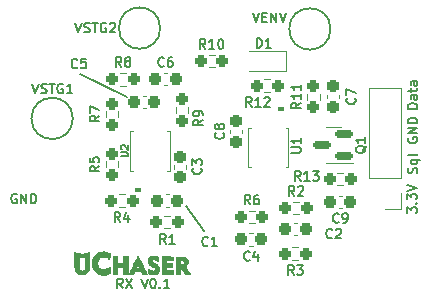
<source format=gto>
G04 #@! TF.GenerationSoftware,KiCad,Pcbnew,(6.0.2)*
G04 #@! TF.CreationDate,2022-05-11T22:01:16-05:00*
G04 #@! TF.ProjectId,Receive US,52656365-6976-4652-9055-532e6b696361,rev?*
G04 #@! TF.SameCoordinates,Original*
G04 #@! TF.FileFunction,Legend,Top*
G04 #@! TF.FilePolarity,Positive*
%FSLAX46Y46*%
G04 Gerber Fmt 4.6, Leading zero omitted, Abs format (unit mm)*
G04 Created by KiCad (PCBNEW (6.0.2)) date 2022-05-11 22:01:16*
%MOMM*%
%LPD*%
G01*
G04 APERTURE LIST*
G04 Aperture macros list*
%AMRoundRect*
0 Rectangle with rounded corners*
0 $1 Rounding radius*
0 $2 $3 $4 $5 $6 $7 $8 $9 X,Y pos of 4 corners*
0 Add a 4 corners polygon primitive as box body*
4,1,4,$2,$3,$4,$5,$6,$7,$8,$9,$2,$3,0*
0 Add four circle primitives for the rounded corners*
1,1,$1+$1,$2,$3*
1,1,$1+$1,$4,$5*
1,1,$1+$1,$6,$7*
1,1,$1+$1,$8,$9*
0 Add four rect primitives between the rounded corners*
20,1,$1+$1,$2,$3,$4,$5,0*
20,1,$1+$1,$4,$5,$6,$7,0*
20,1,$1+$1,$6,$7,$8,$9,0*
20,1,$1+$1,$8,$9,$2,$3,0*%
G04 Aperture macros list end*
%ADD10C,0.150000*%
%ADD11C,0.120000*%
%ADD12C,0.100000*%
%ADD13C,0.010000*%
%ADD14R,0.279400X1.327899*%
%ADD15RoundRect,0.237500X0.237500X-0.250000X0.237500X0.250000X-0.237500X0.250000X-0.237500X-0.250000X0*%
%ADD16RoundRect,0.150000X0.587500X0.150000X-0.587500X0.150000X-0.587500X-0.150000X0.587500X-0.150000X0*%
%ADD17RoundRect,0.237500X0.300000X0.237500X-0.300000X0.237500X-0.300000X-0.237500X0.300000X-0.237500X0*%
%ADD18C,3.200000*%
%ADD19RoundRect,0.237500X0.237500X-0.300000X0.237500X0.300000X-0.237500X0.300000X-0.237500X-0.300000X0*%
%ADD20RoundRect,0.237500X-0.250000X-0.237500X0.250000X-0.237500X0.250000X0.237500X-0.250000X0.237500X0*%
%ADD21C,2.800000*%
%ADD22RoundRect,0.237500X0.250000X0.237500X-0.250000X0.237500X-0.250000X-0.237500X0.250000X-0.237500X0*%
%ADD23RoundRect,0.237500X-0.300000X-0.237500X0.300000X-0.237500X0.300000X0.237500X-0.300000X0.237500X0*%
%ADD24R,1.000000X1.000000*%
%ADD25RoundRect,0.237500X-0.237500X0.300000X-0.237500X-0.300000X0.237500X-0.300000X0.237500X0.300000X0*%
%ADD26R,1.700000X1.700000*%
%ADD27O,1.700000X1.700000*%
%ADD28C,2.000000*%
G04 APERTURE END LIST*
D10*
X89075000Y-93750000D02*
X93000000Y-95700000D01*
X98000000Y-104975000D02*
X99550000Y-107050000D01*
X85016666Y-94611904D02*
X85283333Y-95411904D01*
X85550000Y-94611904D01*
X85778571Y-95373809D02*
X85892857Y-95411904D01*
X86083333Y-95411904D01*
X86159523Y-95373809D01*
X86197619Y-95335714D01*
X86235714Y-95259523D01*
X86235714Y-95183333D01*
X86197619Y-95107142D01*
X86159523Y-95069047D01*
X86083333Y-95030952D01*
X85930952Y-94992857D01*
X85854761Y-94954761D01*
X85816666Y-94916666D01*
X85778571Y-94840476D01*
X85778571Y-94764285D01*
X85816666Y-94688095D01*
X85854761Y-94650000D01*
X85930952Y-94611904D01*
X86121428Y-94611904D01*
X86235714Y-94650000D01*
X86464285Y-94611904D02*
X86921428Y-94611904D01*
X86692857Y-95411904D02*
X86692857Y-94611904D01*
X87607142Y-94650000D02*
X87530952Y-94611904D01*
X87416666Y-94611904D01*
X87302380Y-94650000D01*
X87226190Y-94726190D01*
X87188095Y-94802380D01*
X87150000Y-94954761D01*
X87150000Y-95069047D01*
X87188095Y-95221428D01*
X87226190Y-95297619D01*
X87302380Y-95373809D01*
X87416666Y-95411904D01*
X87492857Y-95411904D01*
X87607142Y-95373809D01*
X87645238Y-95335714D01*
X87645238Y-95069047D01*
X87492857Y-95069047D01*
X88407142Y-95411904D02*
X87950000Y-95411904D01*
X88178571Y-95411904D02*
X88178571Y-94611904D01*
X88102380Y-94726190D01*
X88026190Y-94802380D01*
X87950000Y-94840476D01*
X103709523Y-88611904D02*
X103976190Y-89411904D01*
X104242857Y-88611904D01*
X104509523Y-88992857D02*
X104776190Y-88992857D01*
X104890476Y-89411904D02*
X104509523Y-89411904D01*
X104509523Y-88611904D01*
X104890476Y-88611904D01*
X105233333Y-89411904D02*
X105233333Y-88611904D01*
X105690476Y-89411904D01*
X105690476Y-88611904D01*
X105957142Y-88611904D02*
X106223809Y-89411904D01*
X106490476Y-88611904D01*
X116850000Y-99184523D02*
X116811904Y-99260714D01*
X116811904Y-99375000D01*
X116850000Y-99489285D01*
X116926190Y-99565476D01*
X117002380Y-99603571D01*
X117154761Y-99641666D01*
X117269047Y-99641666D01*
X117421428Y-99603571D01*
X117497619Y-99565476D01*
X117573809Y-99489285D01*
X117611904Y-99375000D01*
X117611904Y-99298809D01*
X117573809Y-99184523D01*
X117535714Y-99146428D01*
X117269047Y-99146428D01*
X117269047Y-99298809D01*
X117611904Y-98803571D02*
X116811904Y-98803571D01*
X117611904Y-98346428D01*
X116811904Y-98346428D01*
X117611904Y-97965476D02*
X116811904Y-97965476D01*
X116811904Y-97775000D01*
X116850000Y-97660714D01*
X116926190Y-97584523D01*
X117002380Y-97546428D01*
X117154761Y-97508333D01*
X117269047Y-97508333D01*
X117421428Y-97546428D01*
X117497619Y-97584523D01*
X117573809Y-97660714D01*
X117611904Y-97775000D01*
X117611904Y-97965476D01*
X88666666Y-89461904D02*
X88933333Y-90261904D01*
X89200000Y-89461904D01*
X89428571Y-90223809D02*
X89542857Y-90261904D01*
X89733333Y-90261904D01*
X89809523Y-90223809D01*
X89847619Y-90185714D01*
X89885714Y-90109523D01*
X89885714Y-90033333D01*
X89847619Y-89957142D01*
X89809523Y-89919047D01*
X89733333Y-89880952D01*
X89580952Y-89842857D01*
X89504761Y-89804761D01*
X89466666Y-89766666D01*
X89428571Y-89690476D01*
X89428571Y-89614285D01*
X89466666Y-89538095D01*
X89504761Y-89500000D01*
X89580952Y-89461904D01*
X89771428Y-89461904D01*
X89885714Y-89500000D01*
X90114285Y-89461904D02*
X90571428Y-89461904D01*
X90342857Y-90261904D02*
X90342857Y-89461904D01*
X91257142Y-89500000D02*
X91180952Y-89461904D01*
X91066666Y-89461904D01*
X90952380Y-89500000D01*
X90876190Y-89576190D01*
X90838095Y-89652380D01*
X90800000Y-89804761D01*
X90800000Y-89919047D01*
X90838095Y-90071428D01*
X90876190Y-90147619D01*
X90952380Y-90223809D01*
X91066666Y-90261904D01*
X91142857Y-90261904D01*
X91257142Y-90223809D01*
X91295238Y-90185714D01*
X91295238Y-89919047D01*
X91142857Y-89919047D01*
X91600000Y-89538095D02*
X91638095Y-89500000D01*
X91714285Y-89461904D01*
X91904761Y-89461904D01*
X91980952Y-89500000D01*
X92019047Y-89538095D01*
X92057142Y-89614285D01*
X92057142Y-89690476D01*
X92019047Y-89804761D01*
X91561904Y-90261904D01*
X92057142Y-90261904D01*
X92666666Y-111911904D02*
X92400000Y-111530952D01*
X92209523Y-111911904D02*
X92209523Y-111111904D01*
X92514285Y-111111904D01*
X92590476Y-111150000D01*
X92628571Y-111188095D01*
X92666666Y-111264285D01*
X92666666Y-111378571D01*
X92628571Y-111454761D01*
X92590476Y-111492857D01*
X92514285Y-111530952D01*
X92209523Y-111530952D01*
X92933333Y-111111904D02*
X93466666Y-111911904D01*
X93466666Y-111111904D02*
X92933333Y-111911904D01*
X94266666Y-111111904D02*
X94533333Y-111911904D01*
X94800000Y-111111904D01*
X95219047Y-111111904D02*
X95295238Y-111111904D01*
X95371428Y-111150000D01*
X95409523Y-111188095D01*
X95447619Y-111264285D01*
X95485714Y-111416666D01*
X95485714Y-111607142D01*
X95447619Y-111759523D01*
X95409523Y-111835714D01*
X95371428Y-111873809D01*
X95295238Y-111911904D01*
X95219047Y-111911904D01*
X95142857Y-111873809D01*
X95104761Y-111835714D01*
X95066666Y-111759523D01*
X95028571Y-111607142D01*
X95028571Y-111416666D01*
X95066666Y-111264285D01*
X95104761Y-111188095D01*
X95142857Y-111150000D01*
X95219047Y-111111904D01*
X95828571Y-111835714D02*
X95866666Y-111873809D01*
X95828571Y-111911904D01*
X95790476Y-111873809D01*
X95828571Y-111835714D01*
X95828571Y-111911904D01*
X96628571Y-111911904D02*
X96171428Y-111911904D01*
X96400000Y-111911904D02*
X96400000Y-111111904D01*
X96323809Y-111226190D01*
X96247619Y-111302380D01*
X96171428Y-111340476D01*
X117573809Y-102200000D02*
X117611904Y-102085714D01*
X117611904Y-101895238D01*
X117573809Y-101819047D01*
X117535714Y-101780952D01*
X117459523Y-101742857D01*
X117383333Y-101742857D01*
X117307142Y-101780952D01*
X117269047Y-101819047D01*
X117230952Y-101895238D01*
X117192857Y-102047619D01*
X117154761Y-102123809D01*
X117116666Y-102161904D01*
X117040476Y-102200000D01*
X116964285Y-102200000D01*
X116888095Y-102161904D01*
X116850000Y-102123809D01*
X116811904Y-102047619D01*
X116811904Y-101857142D01*
X116850000Y-101742857D01*
X117078571Y-101057142D02*
X117878571Y-101057142D01*
X117573809Y-101057142D02*
X117611904Y-101133333D01*
X117611904Y-101285714D01*
X117573809Y-101361904D01*
X117535714Y-101400000D01*
X117459523Y-101438095D01*
X117230952Y-101438095D01*
X117154761Y-101400000D01*
X117116666Y-101361904D01*
X117078571Y-101285714D01*
X117078571Y-101133333D01*
X117116666Y-101057142D01*
X117611904Y-100561904D02*
X117573809Y-100638095D01*
X117497619Y-100676190D01*
X116811904Y-100676190D01*
X117611904Y-96711904D02*
X116811904Y-96711904D01*
X116811904Y-96521428D01*
X116850000Y-96407142D01*
X116926190Y-96330952D01*
X117002380Y-96292857D01*
X117154761Y-96254761D01*
X117269047Y-96254761D01*
X117421428Y-96292857D01*
X117497619Y-96330952D01*
X117573809Y-96407142D01*
X117611904Y-96521428D01*
X117611904Y-96711904D01*
X117611904Y-95569047D02*
X117192857Y-95569047D01*
X117116666Y-95607142D01*
X117078571Y-95683333D01*
X117078571Y-95835714D01*
X117116666Y-95911904D01*
X117573809Y-95569047D02*
X117611904Y-95645238D01*
X117611904Y-95835714D01*
X117573809Y-95911904D01*
X117497619Y-95950000D01*
X117421428Y-95950000D01*
X117345238Y-95911904D01*
X117307142Y-95835714D01*
X117307142Y-95645238D01*
X117269047Y-95569047D01*
X117078571Y-95302380D02*
X117078571Y-94997619D01*
X116811904Y-95188095D02*
X117497619Y-95188095D01*
X117573809Y-95150000D01*
X117611904Y-95073809D01*
X117611904Y-94997619D01*
X117611904Y-94388095D02*
X117192857Y-94388095D01*
X117116666Y-94426190D01*
X117078571Y-94502380D01*
X117078571Y-94654761D01*
X117116666Y-94730952D01*
X117573809Y-94388095D02*
X117611904Y-94464285D01*
X117611904Y-94654761D01*
X117573809Y-94730952D01*
X117497619Y-94769047D01*
X117421428Y-94769047D01*
X117345238Y-94730952D01*
X117307142Y-94654761D01*
X117307142Y-94464285D01*
X117269047Y-94388095D01*
X83690476Y-103975000D02*
X83614285Y-103936904D01*
X83500000Y-103936904D01*
X83385714Y-103975000D01*
X83309523Y-104051190D01*
X83271428Y-104127380D01*
X83233333Y-104279761D01*
X83233333Y-104394047D01*
X83271428Y-104546428D01*
X83309523Y-104622619D01*
X83385714Y-104698809D01*
X83500000Y-104736904D01*
X83576190Y-104736904D01*
X83690476Y-104698809D01*
X83728571Y-104660714D01*
X83728571Y-104394047D01*
X83576190Y-104394047D01*
X84071428Y-104736904D02*
X84071428Y-103936904D01*
X84528571Y-104736904D01*
X84528571Y-103936904D01*
X84909523Y-104736904D02*
X84909523Y-103936904D01*
X85100000Y-103936904D01*
X85214285Y-103975000D01*
X85290476Y-104051190D01*
X85328571Y-104127380D01*
X85366666Y-104279761D01*
X85366666Y-104394047D01*
X85328571Y-104546428D01*
X85290476Y-104622619D01*
X85214285Y-104698809D01*
X85100000Y-104736904D01*
X84909523Y-104736904D01*
X116761904Y-105555952D02*
X116761904Y-105060714D01*
X117066666Y-105327380D01*
X117066666Y-105213095D01*
X117104761Y-105136904D01*
X117142857Y-105098809D01*
X117219047Y-105060714D01*
X117409523Y-105060714D01*
X117485714Y-105098809D01*
X117523809Y-105136904D01*
X117561904Y-105213095D01*
X117561904Y-105441666D01*
X117523809Y-105517857D01*
X117485714Y-105555952D01*
X117485714Y-104717857D02*
X117523809Y-104679761D01*
X117561904Y-104717857D01*
X117523809Y-104755952D01*
X117485714Y-104717857D01*
X117561904Y-104717857D01*
X116761904Y-104413095D02*
X116761904Y-103917857D01*
X117066666Y-104184523D01*
X117066666Y-104070238D01*
X117104761Y-103994047D01*
X117142857Y-103955952D01*
X117219047Y-103917857D01*
X117409523Y-103917857D01*
X117485714Y-103955952D01*
X117523809Y-103994047D01*
X117561904Y-104070238D01*
X117561904Y-104298809D01*
X117523809Y-104375000D01*
X117485714Y-104413095D01*
X116761904Y-103689285D02*
X117561904Y-103422619D01*
X116761904Y-103155952D01*
G04 #@! TO.C,U2*
X92521428Y-100757142D02*
X93007142Y-100757142D01*
X93064285Y-100728571D01*
X93092857Y-100700000D01*
X93121428Y-100642857D01*
X93121428Y-100528571D01*
X93092857Y-100471428D01*
X93064285Y-100442857D01*
X93007142Y-100414285D01*
X92521428Y-100414285D01*
X92578571Y-100157142D02*
X92550000Y-100128571D01*
X92521428Y-100071428D01*
X92521428Y-99928571D01*
X92550000Y-99871428D01*
X92578571Y-99842857D01*
X92635714Y-99814285D01*
X92692857Y-99814285D01*
X92778571Y-99842857D01*
X93121428Y-100185714D01*
X93121428Y-99814285D01*
G04 #@! TO.C,R5*
X90681904Y-101583333D02*
X90300952Y-101850000D01*
X90681904Y-102040476D02*
X89881904Y-102040476D01*
X89881904Y-101735714D01*
X89920000Y-101659523D01*
X89958095Y-101621428D01*
X90034285Y-101583333D01*
X90148571Y-101583333D01*
X90224761Y-101621428D01*
X90262857Y-101659523D01*
X90300952Y-101735714D01*
X90300952Y-102040476D01*
X89881904Y-100859523D02*
X89881904Y-101240476D01*
X90262857Y-101278571D01*
X90224761Y-101240476D01*
X90186666Y-101164285D01*
X90186666Y-100973809D01*
X90224761Y-100897619D01*
X90262857Y-100859523D01*
X90339047Y-100821428D01*
X90529523Y-100821428D01*
X90605714Y-100859523D01*
X90643809Y-100897619D01*
X90681904Y-100973809D01*
X90681904Y-101164285D01*
X90643809Y-101240476D01*
X90605714Y-101278571D01*
G04 #@! TO.C,Q1*
X113288095Y-99876190D02*
X113250000Y-99952380D01*
X113173809Y-100028571D01*
X113059523Y-100142857D01*
X113021428Y-100219047D01*
X113021428Y-100295238D01*
X113211904Y-100257142D02*
X113173809Y-100333333D01*
X113097619Y-100409523D01*
X112945238Y-100447619D01*
X112678571Y-100447619D01*
X112526190Y-100409523D01*
X112450000Y-100333333D01*
X112411904Y-100257142D01*
X112411904Y-100104761D01*
X112450000Y-100028571D01*
X112526190Y-99952380D01*
X112678571Y-99914285D01*
X112945238Y-99914285D01*
X113097619Y-99952380D01*
X113173809Y-100028571D01*
X113211904Y-100104761D01*
X113211904Y-100257142D01*
X113211904Y-99152380D02*
X113211904Y-99609523D01*
X113211904Y-99380952D02*
X112411904Y-99380952D01*
X112526190Y-99457142D01*
X112602380Y-99533333D01*
X112640476Y-99609523D01*
G04 #@! TO.C,C1*
X99891666Y-108285714D02*
X99853571Y-108323809D01*
X99739285Y-108361904D01*
X99663095Y-108361904D01*
X99548809Y-108323809D01*
X99472619Y-108247619D01*
X99434523Y-108171428D01*
X99396428Y-108019047D01*
X99396428Y-107904761D01*
X99434523Y-107752380D01*
X99472619Y-107676190D01*
X99548809Y-107600000D01*
X99663095Y-107561904D01*
X99739285Y-107561904D01*
X99853571Y-107600000D01*
X99891666Y-107638095D01*
X100653571Y-108361904D02*
X100196428Y-108361904D01*
X100425000Y-108361904D02*
X100425000Y-107561904D01*
X100348809Y-107676190D01*
X100272619Y-107752380D01*
X100196428Y-107790476D01*
G04 #@! TO.C,R11*
X107756904Y-96214285D02*
X107375952Y-96480952D01*
X107756904Y-96671428D02*
X106956904Y-96671428D01*
X106956904Y-96366666D01*
X106995000Y-96290476D01*
X107033095Y-96252380D01*
X107109285Y-96214285D01*
X107223571Y-96214285D01*
X107299761Y-96252380D01*
X107337857Y-96290476D01*
X107375952Y-96366666D01*
X107375952Y-96671428D01*
X107756904Y-95452380D02*
X107756904Y-95909523D01*
X107756904Y-95680952D02*
X106956904Y-95680952D01*
X107071190Y-95757142D01*
X107147380Y-95833333D01*
X107185476Y-95909523D01*
X107756904Y-94690476D02*
X107756904Y-95147619D01*
X107756904Y-94919047D02*
X106956904Y-94919047D01*
X107071190Y-94995238D01*
X107147380Y-95071428D01*
X107185476Y-95147619D01*
G04 #@! TO.C,C7*
X112335714Y-95833333D02*
X112373809Y-95871428D01*
X112411904Y-95985714D01*
X112411904Y-96061904D01*
X112373809Y-96176190D01*
X112297619Y-96252380D01*
X112221428Y-96290476D01*
X112069047Y-96328571D01*
X111954761Y-96328571D01*
X111802380Y-96290476D01*
X111726190Y-96252380D01*
X111650000Y-96176190D01*
X111611904Y-96061904D01*
X111611904Y-95985714D01*
X111650000Y-95871428D01*
X111688095Y-95833333D01*
X111611904Y-95566666D02*
X111611904Y-95033333D01*
X112411904Y-95376190D01*
G04 #@! TO.C,R13*
X107735714Y-102811904D02*
X107469047Y-102430952D01*
X107278571Y-102811904D02*
X107278571Y-102011904D01*
X107583333Y-102011904D01*
X107659523Y-102050000D01*
X107697619Y-102088095D01*
X107735714Y-102164285D01*
X107735714Y-102278571D01*
X107697619Y-102354761D01*
X107659523Y-102392857D01*
X107583333Y-102430952D01*
X107278571Y-102430952D01*
X108497619Y-102811904D02*
X108040476Y-102811904D01*
X108269047Y-102811904D02*
X108269047Y-102011904D01*
X108192857Y-102126190D01*
X108116666Y-102202380D01*
X108040476Y-102240476D01*
X108764285Y-102011904D02*
X109259523Y-102011904D01*
X108992857Y-102316666D01*
X109107142Y-102316666D01*
X109183333Y-102354761D01*
X109221428Y-102392857D01*
X109259523Y-102469047D01*
X109259523Y-102659523D01*
X109221428Y-102735714D01*
X109183333Y-102773809D01*
X109107142Y-102811904D01*
X108878571Y-102811904D01*
X108802380Y-102773809D01*
X108764285Y-102735714D01*
G04 #@! TO.C,R6*
X103466666Y-104831904D02*
X103200000Y-104450952D01*
X103009523Y-104831904D02*
X103009523Y-104031904D01*
X103314285Y-104031904D01*
X103390476Y-104070000D01*
X103428571Y-104108095D01*
X103466666Y-104184285D01*
X103466666Y-104298571D01*
X103428571Y-104374761D01*
X103390476Y-104412857D01*
X103314285Y-104450952D01*
X103009523Y-104450952D01*
X104152380Y-104031904D02*
X104000000Y-104031904D01*
X103923809Y-104070000D01*
X103885714Y-104108095D01*
X103809523Y-104222380D01*
X103771428Y-104374761D01*
X103771428Y-104679523D01*
X103809523Y-104755714D01*
X103847619Y-104793809D01*
X103923809Y-104831904D01*
X104076190Y-104831904D01*
X104152380Y-104793809D01*
X104190476Y-104755714D01*
X104228571Y-104679523D01*
X104228571Y-104489047D01*
X104190476Y-104412857D01*
X104152380Y-104374761D01*
X104076190Y-104336666D01*
X103923809Y-104336666D01*
X103847619Y-104374761D01*
X103809523Y-104412857D01*
X103771428Y-104489047D01*
G04 #@! TO.C,R4*
X92466666Y-106291904D02*
X92200000Y-105910952D01*
X92009523Y-106291904D02*
X92009523Y-105491904D01*
X92314285Y-105491904D01*
X92390476Y-105530000D01*
X92428571Y-105568095D01*
X92466666Y-105644285D01*
X92466666Y-105758571D01*
X92428571Y-105834761D01*
X92390476Y-105872857D01*
X92314285Y-105910952D01*
X92009523Y-105910952D01*
X93152380Y-105758571D02*
X93152380Y-106291904D01*
X92961904Y-105453809D02*
X92771428Y-106025238D01*
X93266666Y-106025238D01*
G04 #@! TO.C,U1*
X106961904Y-100459523D02*
X107609523Y-100459523D01*
X107685714Y-100421428D01*
X107723809Y-100383333D01*
X107761904Y-100307142D01*
X107761904Y-100154761D01*
X107723809Y-100078571D01*
X107685714Y-100040476D01*
X107609523Y-100002380D01*
X106961904Y-100002380D01*
X107761904Y-99202380D02*
X107761904Y-99659523D01*
X107761904Y-99430952D02*
X106961904Y-99430952D01*
X107076190Y-99507142D01*
X107152380Y-99583333D01*
X107190476Y-99659523D01*
G04 #@! TO.C,R12*
X103585714Y-96561904D02*
X103319047Y-96180952D01*
X103128571Y-96561904D02*
X103128571Y-95761904D01*
X103433333Y-95761904D01*
X103509523Y-95800000D01*
X103547619Y-95838095D01*
X103585714Y-95914285D01*
X103585714Y-96028571D01*
X103547619Y-96104761D01*
X103509523Y-96142857D01*
X103433333Y-96180952D01*
X103128571Y-96180952D01*
X104347619Y-96561904D02*
X103890476Y-96561904D01*
X104119047Y-96561904D02*
X104119047Y-95761904D01*
X104042857Y-95876190D01*
X103966666Y-95952380D01*
X103890476Y-95990476D01*
X104652380Y-95838095D02*
X104690476Y-95800000D01*
X104766666Y-95761904D01*
X104957142Y-95761904D01*
X105033333Y-95800000D01*
X105071428Y-95838095D01*
X105109523Y-95914285D01*
X105109523Y-95990476D01*
X105071428Y-96104761D01*
X104614285Y-96561904D01*
X105109523Y-96561904D01*
G04 #@! TO.C,C2*
X110416666Y-107635714D02*
X110378571Y-107673809D01*
X110264285Y-107711904D01*
X110188095Y-107711904D01*
X110073809Y-107673809D01*
X109997619Y-107597619D01*
X109959523Y-107521428D01*
X109921428Y-107369047D01*
X109921428Y-107254761D01*
X109959523Y-107102380D01*
X109997619Y-107026190D01*
X110073809Y-106950000D01*
X110188095Y-106911904D01*
X110264285Y-106911904D01*
X110378571Y-106950000D01*
X110416666Y-106988095D01*
X110721428Y-106988095D02*
X110759523Y-106950000D01*
X110835714Y-106911904D01*
X111026190Y-106911904D01*
X111102380Y-106950000D01*
X111140476Y-106988095D01*
X111178571Y-107064285D01*
X111178571Y-107140476D01*
X111140476Y-107254761D01*
X110683333Y-107711904D01*
X111178571Y-107711904D01*
G04 #@! TO.C,C5*
X88841666Y-93210714D02*
X88803571Y-93248809D01*
X88689285Y-93286904D01*
X88613095Y-93286904D01*
X88498809Y-93248809D01*
X88422619Y-93172619D01*
X88384523Y-93096428D01*
X88346428Y-92944047D01*
X88346428Y-92829761D01*
X88384523Y-92677380D01*
X88422619Y-92601190D01*
X88498809Y-92525000D01*
X88613095Y-92486904D01*
X88689285Y-92486904D01*
X88803571Y-92525000D01*
X88841666Y-92563095D01*
X89565476Y-92486904D02*
X89184523Y-92486904D01*
X89146428Y-92867857D01*
X89184523Y-92829761D01*
X89260714Y-92791666D01*
X89451190Y-92791666D01*
X89527380Y-92829761D01*
X89565476Y-92867857D01*
X89603571Y-92944047D01*
X89603571Y-93134523D01*
X89565476Y-93210714D01*
X89527380Y-93248809D01*
X89451190Y-93286904D01*
X89260714Y-93286904D01*
X89184523Y-93248809D01*
X89146428Y-93210714D01*
G04 #@! TO.C,C9*
X110966666Y-106315714D02*
X110928571Y-106353809D01*
X110814285Y-106391904D01*
X110738095Y-106391904D01*
X110623809Y-106353809D01*
X110547619Y-106277619D01*
X110509523Y-106201428D01*
X110471428Y-106049047D01*
X110471428Y-105934761D01*
X110509523Y-105782380D01*
X110547619Y-105706190D01*
X110623809Y-105630000D01*
X110738095Y-105591904D01*
X110814285Y-105591904D01*
X110928571Y-105630000D01*
X110966666Y-105668095D01*
X111347619Y-106391904D02*
X111500000Y-106391904D01*
X111576190Y-106353809D01*
X111614285Y-106315714D01*
X111690476Y-106201428D01*
X111728571Y-106049047D01*
X111728571Y-105744285D01*
X111690476Y-105668095D01*
X111652380Y-105630000D01*
X111576190Y-105591904D01*
X111423809Y-105591904D01*
X111347619Y-105630000D01*
X111309523Y-105668095D01*
X111271428Y-105744285D01*
X111271428Y-105934761D01*
X111309523Y-106010952D01*
X111347619Y-106049047D01*
X111423809Y-106087142D01*
X111576190Y-106087142D01*
X111652380Y-106049047D01*
X111690476Y-106010952D01*
X111728571Y-105934761D01*
G04 #@! TO.C,R8*
X92566666Y-93181904D02*
X92300000Y-92800952D01*
X92109523Y-93181904D02*
X92109523Y-92381904D01*
X92414285Y-92381904D01*
X92490476Y-92420000D01*
X92528571Y-92458095D01*
X92566666Y-92534285D01*
X92566666Y-92648571D01*
X92528571Y-92724761D01*
X92490476Y-92762857D01*
X92414285Y-92800952D01*
X92109523Y-92800952D01*
X93023809Y-92724761D02*
X92947619Y-92686666D01*
X92909523Y-92648571D01*
X92871428Y-92572380D01*
X92871428Y-92534285D01*
X92909523Y-92458095D01*
X92947619Y-92420000D01*
X93023809Y-92381904D01*
X93176190Y-92381904D01*
X93252380Y-92420000D01*
X93290476Y-92458095D01*
X93328571Y-92534285D01*
X93328571Y-92572380D01*
X93290476Y-92648571D01*
X93252380Y-92686666D01*
X93176190Y-92724761D01*
X93023809Y-92724761D01*
X92947619Y-92762857D01*
X92909523Y-92800952D01*
X92871428Y-92877142D01*
X92871428Y-93029523D01*
X92909523Y-93105714D01*
X92947619Y-93143809D01*
X93023809Y-93181904D01*
X93176190Y-93181904D01*
X93252380Y-93143809D01*
X93290476Y-93105714D01*
X93328571Y-93029523D01*
X93328571Y-92877142D01*
X93290476Y-92800952D01*
X93252380Y-92762857D01*
X93176190Y-92724761D01*
G04 #@! TO.C,R3*
X107166666Y-110791904D02*
X106900000Y-110410952D01*
X106709523Y-110791904D02*
X106709523Y-109991904D01*
X107014285Y-109991904D01*
X107090476Y-110030000D01*
X107128571Y-110068095D01*
X107166666Y-110144285D01*
X107166666Y-110258571D01*
X107128571Y-110334761D01*
X107090476Y-110372857D01*
X107014285Y-110410952D01*
X106709523Y-110410952D01*
X107433333Y-109991904D02*
X107928571Y-109991904D01*
X107661904Y-110296666D01*
X107776190Y-110296666D01*
X107852380Y-110334761D01*
X107890476Y-110372857D01*
X107928571Y-110449047D01*
X107928571Y-110639523D01*
X107890476Y-110715714D01*
X107852380Y-110753809D01*
X107776190Y-110791904D01*
X107547619Y-110791904D01*
X107471428Y-110753809D01*
X107433333Y-110715714D01*
G04 #@! TO.C,R1*
X96316666Y-108161904D02*
X96050000Y-107780952D01*
X95859523Y-108161904D02*
X95859523Y-107361904D01*
X96164285Y-107361904D01*
X96240476Y-107400000D01*
X96278571Y-107438095D01*
X96316666Y-107514285D01*
X96316666Y-107628571D01*
X96278571Y-107704761D01*
X96240476Y-107742857D01*
X96164285Y-107780952D01*
X95859523Y-107780952D01*
X97078571Y-108161904D02*
X96621428Y-108161904D01*
X96850000Y-108161904D02*
X96850000Y-107361904D01*
X96773809Y-107476190D01*
X96697619Y-107552380D01*
X96621428Y-107590476D01*
G04 #@! TO.C,R9*
X99461904Y-97683333D02*
X99080952Y-97950000D01*
X99461904Y-98140476D02*
X98661904Y-98140476D01*
X98661904Y-97835714D01*
X98700000Y-97759523D01*
X98738095Y-97721428D01*
X98814285Y-97683333D01*
X98928571Y-97683333D01*
X99004761Y-97721428D01*
X99042857Y-97759523D01*
X99080952Y-97835714D01*
X99080952Y-98140476D01*
X99461904Y-97302380D02*
X99461904Y-97150000D01*
X99423809Y-97073809D01*
X99385714Y-97035714D01*
X99271428Y-96959523D01*
X99119047Y-96921428D01*
X98814285Y-96921428D01*
X98738095Y-96959523D01*
X98700000Y-96997619D01*
X98661904Y-97073809D01*
X98661904Y-97226190D01*
X98700000Y-97302380D01*
X98738095Y-97340476D01*
X98814285Y-97378571D01*
X99004761Y-97378571D01*
X99080952Y-97340476D01*
X99119047Y-97302380D01*
X99157142Y-97226190D01*
X99157142Y-97073809D01*
X99119047Y-96997619D01*
X99080952Y-96959523D01*
X99004761Y-96921428D01*
G04 #@! TO.C,C3*
X99285714Y-101783333D02*
X99323809Y-101821428D01*
X99361904Y-101935714D01*
X99361904Y-102011904D01*
X99323809Y-102126190D01*
X99247619Y-102202380D01*
X99171428Y-102240476D01*
X99019047Y-102278571D01*
X98904761Y-102278571D01*
X98752380Y-102240476D01*
X98676190Y-102202380D01*
X98600000Y-102126190D01*
X98561904Y-102011904D01*
X98561904Y-101935714D01*
X98600000Y-101821428D01*
X98638095Y-101783333D01*
X98561904Y-101516666D02*
X98561904Y-101021428D01*
X98866666Y-101288095D01*
X98866666Y-101173809D01*
X98904761Y-101097619D01*
X98942857Y-101059523D01*
X99019047Y-101021428D01*
X99209523Y-101021428D01*
X99285714Y-101059523D01*
X99323809Y-101097619D01*
X99361904Y-101173809D01*
X99361904Y-101402380D01*
X99323809Y-101478571D01*
X99285714Y-101516666D01*
G04 #@! TO.C,D1*
X104009523Y-91561904D02*
X104009523Y-90761904D01*
X104200000Y-90761904D01*
X104314285Y-90800000D01*
X104390476Y-90876190D01*
X104428571Y-90952380D01*
X104466666Y-91104761D01*
X104466666Y-91219047D01*
X104428571Y-91371428D01*
X104390476Y-91447619D01*
X104314285Y-91523809D01*
X104200000Y-91561904D01*
X104009523Y-91561904D01*
X105228571Y-91561904D02*
X104771428Y-91561904D01*
X105000000Y-91561904D02*
X105000000Y-90761904D01*
X104923809Y-90876190D01*
X104847619Y-90952380D01*
X104771428Y-90990476D01*
G04 #@! TO.C,C6*
X96166666Y-93105714D02*
X96128571Y-93143809D01*
X96014285Y-93181904D01*
X95938095Y-93181904D01*
X95823809Y-93143809D01*
X95747619Y-93067619D01*
X95709523Y-92991428D01*
X95671428Y-92839047D01*
X95671428Y-92724761D01*
X95709523Y-92572380D01*
X95747619Y-92496190D01*
X95823809Y-92420000D01*
X95938095Y-92381904D01*
X96014285Y-92381904D01*
X96128571Y-92420000D01*
X96166666Y-92458095D01*
X96852380Y-92381904D02*
X96700000Y-92381904D01*
X96623809Y-92420000D01*
X96585714Y-92458095D01*
X96509523Y-92572380D01*
X96471428Y-92724761D01*
X96471428Y-93029523D01*
X96509523Y-93105714D01*
X96547619Y-93143809D01*
X96623809Y-93181904D01*
X96776190Y-93181904D01*
X96852380Y-93143809D01*
X96890476Y-93105714D01*
X96928571Y-93029523D01*
X96928571Y-92839047D01*
X96890476Y-92762857D01*
X96852380Y-92724761D01*
X96776190Y-92686666D01*
X96623809Y-92686666D01*
X96547619Y-92724761D01*
X96509523Y-92762857D01*
X96471428Y-92839047D01*
G04 #@! TO.C,C4*
X103416666Y-109515714D02*
X103378571Y-109553809D01*
X103264285Y-109591904D01*
X103188095Y-109591904D01*
X103073809Y-109553809D01*
X102997619Y-109477619D01*
X102959523Y-109401428D01*
X102921428Y-109249047D01*
X102921428Y-109134761D01*
X102959523Y-108982380D01*
X102997619Y-108906190D01*
X103073809Y-108830000D01*
X103188095Y-108791904D01*
X103264285Y-108791904D01*
X103378571Y-108830000D01*
X103416666Y-108868095D01*
X104102380Y-109058571D02*
X104102380Y-109591904D01*
X103911904Y-108753809D02*
X103721428Y-109325238D01*
X104216666Y-109325238D01*
G04 #@! TO.C,R7*
X90711904Y-97333333D02*
X90330952Y-97600000D01*
X90711904Y-97790476D02*
X89911904Y-97790476D01*
X89911904Y-97485714D01*
X89950000Y-97409523D01*
X89988095Y-97371428D01*
X90064285Y-97333333D01*
X90178571Y-97333333D01*
X90254761Y-97371428D01*
X90292857Y-97409523D01*
X90330952Y-97485714D01*
X90330952Y-97790476D01*
X89911904Y-97066666D02*
X89911904Y-96533333D01*
X90711904Y-96876190D01*
G04 #@! TO.C,R10*
X99685714Y-91631904D02*
X99419047Y-91250952D01*
X99228571Y-91631904D02*
X99228571Y-90831904D01*
X99533333Y-90831904D01*
X99609523Y-90870000D01*
X99647619Y-90908095D01*
X99685714Y-90984285D01*
X99685714Y-91098571D01*
X99647619Y-91174761D01*
X99609523Y-91212857D01*
X99533333Y-91250952D01*
X99228571Y-91250952D01*
X100447619Y-91631904D02*
X99990476Y-91631904D01*
X100219047Y-91631904D02*
X100219047Y-90831904D01*
X100142857Y-90946190D01*
X100066666Y-91022380D01*
X99990476Y-91060476D01*
X100942857Y-90831904D02*
X101019047Y-90831904D01*
X101095238Y-90870000D01*
X101133333Y-90908095D01*
X101171428Y-90984285D01*
X101209523Y-91136666D01*
X101209523Y-91327142D01*
X101171428Y-91479523D01*
X101133333Y-91555714D01*
X101095238Y-91593809D01*
X101019047Y-91631904D01*
X100942857Y-91631904D01*
X100866666Y-91593809D01*
X100828571Y-91555714D01*
X100790476Y-91479523D01*
X100752380Y-91327142D01*
X100752380Y-91136666D01*
X100790476Y-90984285D01*
X100828571Y-90908095D01*
X100866666Y-90870000D01*
X100942857Y-90831904D01*
G04 #@! TO.C,C8*
X101185714Y-98783333D02*
X101223809Y-98821428D01*
X101261904Y-98935714D01*
X101261904Y-99011904D01*
X101223809Y-99126190D01*
X101147619Y-99202380D01*
X101071428Y-99240476D01*
X100919047Y-99278571D01*
X100804761Y-99278571D01*
X100652380Y-99240476D01*
X100576190Y-99202380D01*
X100500000Y-99126190D01*
X100461904Y-99011904D01*
X100461904Y-98935714D01*
X100500000Y-98821428D01*
X100538095Y-98783333D01*
X100804761Y-98326190D02*
X100766666Y-98402380D01*
X100728571Y-98440476D01*
X100652380Y-98478571D01*
X100614285Y-98478571D01*
X100538095Y-98440476D01*
X100500000Y-98402380D01*
X100461904Y-98326190D01*
X100461904Y-98173809D01*
X100500000Y-98097619D01*
X100538095Y-98059523D01*
X100614285Y-98021428D01*
X100652380Y-98021428D01*
X100728571Y-98059523D01*
X100766666Y-98097619D01*
X100804761Y-98173809D01*
X100804761Y-98326190D01*
X100842857Y-98402380D01*
X100880952Y-98440476D01*
X100957142Y-98478571D01*
X101109523Y-98478571D01*
X101185714Y-98440476D01*
X101223809Y-98402380D01*
X101261904Y-98326190D01*
X101261904Y-98173809D01*
X101223809Y-98097619D01*
X101185714Y-98059523D01*
X101109523Y-98021428D01*
X100957142Y-98021428D01*
X100880952Y-98059523D01*
X100842857Y-98097619D01*
X100804761Y-98173809D01*
G04 #@! TO.C,R2*
X107216666Y-104081904D02*
X106950000Y-103700952D01*
X106759523Y-104081904D02*
X106759523Y-103281904D01*
X107064285Y-103281904D01*
X107140476Y-103320000D01*
X107178571Y-103358095D01*
X107216666Y-103434285D01*
X107216666Y-103548571D01*
X107178571Y-103624761D01*
X107140476Y-103662857D01*
X107064285Y-103700952D01*
X106759523Y-103700952D01*
X107521428Y-103358095D02*
X107559523Y-103320000D01*
X107635714Y-103281904D01*
X107826190Y-103281904D01*
X107902380Y-103320000D01*
X107940476Y-103358095D01*
X107978571Y-103434285D01*
X107978571Y-103510476D01*
X107940476Y-103624761D01*
X107483333Y-104081904D01*
X107978571Y-104081904D01*
D11*
G04 #@! TO.C,U2*
X93517559Y-98633600D02*
X93313600Y-98633600D01*
X93313600Y-101986400D02*
X93517559Y-101986400D01*
X96666400Y-101986400D02*
X96666400Y-98633600D01*
X96462441Y-101986400D02*
X96666400Y-101986400D01*
X93313600Y-98633600D02*
X93313600Y-101986400D01*
X96666400Y-98633600D02*
X96462441Y-98633600D01*
D12*
X93759000Y-103460000D02*
X94140000Y-103460000D01*
X94140000Y-103460000D02*
X94140000Y-103714000D01*
X94140000Y-103714000D02*
X93759000Y-103714000D01*
X93759000Y-103714000D02*
X93759000Y-103460000D01*
G36*
X94140000Y-103714000D02*
G01*
X93759000Y-103714000D01*
X93759000Y-103460000D01*
X94140000Y-103460000D01*
X94140000Y-103714000D01*
G37*
X94140000Y-103714000D02*
X93759000Y-103714000D01*
X93759000Y-103460000D01*
X94140000Y-103460000D01*
X94140000Y-103714000D01*
D11*
G04 #@! TO.C,R5*
X91227500Y-101704724D02*
X91227500Y-101195276D01*
X92272500Y-101704724D02*
X92272500Y-101195276D01*
G04 #@! TO.C,Q1*
X110500000Y-101360000D02*
X109850000Y-101360000D01*
X110500000Y-98240000D02*
X111150000Y-98240000D01*
X110500000Y-101360000D02*
X112175000Y-101360000D01*
X110500000Y-98240000D02*
X109850000Y-98240000D01*
D13*
G04 #@! TO.C,Ref\u002A\u002A*
X91168450Y-108824522D02*
X91271353Y-108845809D01*
X91271353Y-108845809D02*
X91372415Y-108875839D01*
X91372415Y-108875839D02*
X91462232Y-108910832D01*
X91462232Y-108910832D02*
X91531400Y-108947003D01*
X91531400Y-108947003D02*
X91570514Y-108980572D01*
X91570514Y-108980572D02*
X91574368Y-108987778D01*
X91574368Y-108987778D02*
X91577851Y-109022107D01*
X91577851Y-109022107D02*
X91576638Y-109085543D01*
X91576638Y-109085543D02*
X91571740Y-109166969D01*
X91571740Y-109166969D02*
X91564163Y-109255267D01*
X91564163Y-109255267D02*
X91554918Y-109339320D01*
X91554918Y-109339320D02*
X91545012Y-109408009D01*
X91545012Y-109408009D02*
X91535454Y-109450218D01*
X91535454Y-109450218D02*
X91531765Y-109457397D01*
X91531765Y-109457397D02*
X91509657Y-109452739D01*
X91509657Y-109452739D02*
X91469966Y-109424777D01*
X91469966Y-109424777D02*
X91449290Y-109406334D01*
X91449290Y-109406334D02*
X91329530Y-109314414D01*
X91329530Y-109314414D02*
X91200584Y-109260986D01*
X91200584Y-109260986D02*
X91052932Y-109242208D01*
X91052932Y-109242208D02*
X91042149Y-109242094D01*
X91042149Y-109242094D02*
X90899512Y-109256814D01*
X90899512Y-109256814D02*
X90780430Y-109304420D01*
X90780430Y-109304420D02*
X90678272Y-109388111D01*
X90678272Y-109388111D02*
X90636255Y-109438139D01*
X90636255Y-109438139D02*
X90568607Y-109551427D01*
X90568607Y-109551427D02*
X90533169Y-109675851D01*
X90533169Y-109675851D02*
X90527229Y-109821663D01*
X90527229Y-109821663D02*
X90528621Y-109844707D01*
X90528621Y-109844707D02*
X90557009Y-109995762D01*
X90557009Y-109995762D02*
X90616085Y-110121500D01*
X90616085Y-110121500D02*
X90701476Y-110220329D01*
X90701476Y-110220329D02*
X90808810Y-110290655D01*
X90808810Y-110290655D02*
X90933713Y-110330887D01*
X90933713Y-110330887D02*
X91071813Y-110339431D01*
X91071813Y-110339431D02*
X91218736Y-110314694D01*
X91218736Y-110314694D02*
X91370110Y-110255084D01*
X91370110Y-110255084D02*
X91478137Y-110190548D01*
X91478137Y-110190548D02*
X91535598Y-110153247D01*
X91535598Y-110153247D02*
X91577941Y-110129917D01*
X91577941Y-110129917D02*
X91594566Y-110125485D01*
X91594566Y-110125485D02*
X91596770Y-110148885D01*
X91596770Y-110148885D02*
X91596039Y-110205720D01*
X91596039Y-110205720D02*
X91592625Y-110287214D01*
X91592625Y-110287214D02*
X91587392Y-110375485D01*
X91587392Y-110375485D02*
X91571316Y-110616582D01*
X91571316Y-110616582D02*
X91480211Y-110666779D01*
X91480211Y-110666779D02*
X91318409Y-110733625D01*
X91318409Y-110733625D02*
X91138463Y-110769552D01*
X91138463Y-110769552D02*
X90952097Y-110773641D01*
X90952097Y-110773641D02*
X90771032Y-110744975D01*
X90771032Y-110744975D02*
X90711022Y-110727014D01*
X90711022Y-110727014D02*
X90531894Y-110645116D01*
X90531894Y-110645116D02*
X90378693Y-110533056D01*
X90378693Y-110533056D02*
X90253259Y-110395482D01*
X90253259Y-110395482D02*
X90157428Y-110237041D01*
X90157428Y-110237041D02*
X90093038Y-110062381D01*
X90093038Y-110062381D02*
X90061926Y-109876150D01*
X90061926Y-109876150D02*
X90065931Y-109682996D01*
X90065931Y-109682996D02*
X90106888Y-109487566D01*
X90106888Y-109487566D02*
X90163295Y-109341586D01*
X90163295Y-109341586D02*
X90259202Y-109184816D01*
X90259202Y-109184816D02*
X90386135Y-109051422D01*
X90386135Y-109051422D02*
X90537914Y-108944584D01*
X90537914Y-108944584D02*
X90708361Y-108867480D01*
X90708361Y-108867480D02*
X90891296Y-108823287D01*
X90891296Y-108823287D02*
X91080540Y-108815186D01*
X91080540Y-108815186D02*
X91168450Y-108824522D01*
X91168450Y-108824522D02*
X91168450Y-108824522D01*
G36*
X91168450Y-108824522D02*
G01*
X91271353Y-108845809D01*
X91372415Y-108875839D01*
X91462232Y-108910832D01*
X91531400Y-108947003D01*
X91570514Y-108980572D01*
X91574368Y-108987778D01*
X91577851Y-109022107D01*
X91576638Y-109085543D01*
X91571740Y-109166969D01*
X91564163Y-109255267D01*
X91554918Y-109339320D01*
X91545012Y-109408009D01*
X91535454Y-109450218D01*
X91531765Y-109457397D01*
X91509657Y-109452739D01*
X91469966Y-109424777D01*
X91449290Y-109406334D01*
X91329530Y-109314414D01*
X91200584Y-109260986D01*
X91052932Y-109242208D01*
X91042149Y-109242094D01*
X90899512Y-109256814D01*
X90780430Y-109304420D01*
X90678272Y-109388111D01*
X90636255Y-109438139D01*
X90568607Y-109551427D01*
X90533169Y-109675851D01*
X90527229Y-109821663D01*
X90528621Y-109844707D01*
X90557009Y-109995762D01*
X90616085Y-110121500D01*
X90701476Y-110220329D01*
X90808810Y-110290655D01*
X90933713Y-110330887D01*
X91071813Y-110339431D01*
X91218736Y-110314694D01*
X91370110Y-110255084D01*
X91478137Y-110190548D01*
X91535598Y-110153247D01*
X91577941Y-110129917D01*
X91594566Y-110125485D01*
X91596770Y-110148885D01*
X91596039Y-110205720D01*
X91592625Y-110287214D01*
X91587392Y-110375485D01*
X91571316Y-110616582D01*
X91480211Y-110666779D01*
X91318409Y-110733625D01*
X91138463Y-110769552D01*
X90952097Y-110773641D01*
X90771032Y-110744975D01*
X90711022Y-110727014D01*
X90531894Y-110645116D01*
X90378693Y-110533056D01*
X90253259Y-110395482D01*
X90157428Y-110237041D01*
X90093038Y-110062381D01*
X90061926Y-109876150D01*
X90065931Y-109682996D01*
X90106888Y-109487566D01*
X90163295Y-109341586D01*
X90259202Y-109184816D01*
X90386135Y-109051422D01*
X90537914Y-108944584D01*
X90708361Y-108867480D01*
X90891296Y-108823287D01*
X91080540Y-108815186D01*
X91168450Y-108824522D01*
G37*
X91168450Y-108824522D02*
X91271353Y-108845809D01*
X91372415Y-108875839D01*
X91462232Y-108910832D01*
X91531400Y-108947003D01*
X91570514Y-108980572D01*
X91574368Y-108987778D01*
X91577851Y-109022107D01*
X91576638Y-109085543D01*
X91571740Y-109166969D01*
X91564163Y-109255267D01*
X91554918Y-109339320D01*
X91545012Y-109408009D01*
X91535454Y-109450218D01*
X91531765Y-109457397D01*
X91509657Y-109452739D01*
X91469966Y-109424777D01*
X91449290Y-109406334D01*
X91329530Y-109314414D01*
X91200584Y-109260986D01*
X91052932Y-109242208D01*
X91042149Y-109242094D01*
X90899512Y-109256814D01*
X90780430Y-109304420D01*
X90678272Y-109388111D01*
X90636255Y-109438139D01*
X90568607Y-109551427D01*
X90533169Y-109675851D01*
X90527229Y-109821663D01*
X90528621Y-109844707D01*
X90557009Y-109995762D01*
X90616085Y-110121500D01*
X90701476Y-110220329D01*
X90808810Y-110290655D01*
X90933713Y-110330887D01*
X91071813Y-110339431D01*
X91218736Y-110314694D01*
X91370110Y-110255084D01*
X91478137Y-110190548D01*
X91535598Y-110153247D01*
X91577941Y-110129917D01*
X91594566Y-110125485D01*
X91596770Y-110148885D01*
X91596039Y-110205720D01*
X91592625Y-110287214D01*
X91587392Y-110375485D01*
X91571316Y-110616582D01*
X91480211Y-110666779D01*
X91318409Y-110733625D01*
X91138463Y-110769552D01*
X90952097Y-110773641D01*
X90771032Y-110744975D01*
X90711022Y-110727014D01*
X90531894Y-110645116D01*
X90378693Y-110533056D01*
X90253259Y-110395482D01*
X90157428Y-110237041D01*
X90093038Y-110062381D01*
X90061926Y-109876150D01*
X90065931Y-109682996D01*
X90106888Y-109487566D01*
X90163295Y-109341586D01*
X90259202Y-109184816D01*
X90386135Y-109051422D01*
X90537914Y-108944584D01*
X90708361Y-108867480D01*
X90891296Y-108823287D01*
X91080540Y-108815186D01*
X91168450Y-108824522D01*
X89845634Y-108966776D02*
X89846233Y-108976517D01*
X89846233Y-108976517D02*
X89827436Y-109000540D01*
X89827436Y-109000540D02*
X89777370Y-109031753D01*
X89777370Y-109031753D02*
X89705522Y-109065894D01*
X89705522Y-109065894D02*
X89621377Y-109098703D01*
X89621377Y-109098703D02*
X89534423Y-109125919D01*
X89534423Y-109125919D02*
X89489173Y-109136889D01*
X89489173Y-109136889D02*
X89302884Y-109161229D01*
X89302884Y-109161229D02*
X89106033Y-109160736D01*
X89106033Y-109160736D02*
X88923404Y-109135926D01*
X88923404Y-109135926D02*
X88842809Y-109113881D01*
X88842809Y-109113881D02*
X88758634Y-109083601D01*
X88758634Y-109083601D02*
X88680606Y-109049555D01*
X88680606Y-109049555D02*
X88618453Y-109016206D01*
X88618453Y-109016206D02*
X88581901Y-108988023D01*
X88581901Y-108988023D02*
X88576233Y-108976517D01*
X88576233Y-108976517D02*
X88579909Y-108959680D01*
X88579909Y-108959680D02*
X88597032Y-108960224D01*
X88597032Y-108960224D02*
X88636741Y-108980198D01*
X88636741Y-108980198D02*
X88664981Y-108996400D01*
X88664981Y-108996400D02*
X88802308Y-109056165D01*
X88802308Y-109056165D02*
X88965553Y-109095102D01*
X88965553Y-109095102D02*
X89143777Y-109113211D01*
X89143777Y-109113211D02*
X89326042Y-109110493D01*
X89326042Y-109110493D02*
X89501411Y-109086947D01*
X89501411Y-109086947D02*
X89658946Y-109042574D01*
X89658946Y-109042574D02*
X89757484Y-108996400D01*
X89757484Y-108996400D02*
X89810594Y-108966840D01*
X89810594Y-108966840D02*
X89836931Y-108957648D01*
X89836931Y-108957648D02*
X89845634Y-108966776D01*
X89845634Y-108966776D02*
X89845634Y-108966776D01*
G36*
X89845634Y-108966776D02*
G01*
X89846233Y-108976517D01*
X89827436Y-109000540D01*
X89777370Y-109031753D01*
X89705522Y-109065894D01*
X89621377Y-109098703D01*
X89534423Y-109125919D01*
X89489173Y-109136889D01*
X89302884Y-109161229D01*
X89106033Y-109160736D01*
X88923404Y-109135926D01*
X88842809Y-109113881D01*
X88758634Y-109083601D01*
X88680606Y-109049555D01*
X88618453Y-109016206D01*
X88581901Y-108988023D01*
X88576233Y-108976517D01*
X88579909Y-108959680D01*
X88597032Y-108960224D01*
X88636741Y-108980198D01*
X88664981Y-108996400D01*
X88802308Y-109056165D01*
X88965553Y-109095102D01*
X89143777Y-109113211D01*
X89326042Y-109110493D01*
X89501411Y-109086947D01*
X89658946Y-109042574D01*
X89757484Y-108996400D01*
X89810594Y-108966840D01*
X89836931Y-108957648D01*
X89845634Y-108966776D01*
G37*
X89845634Y-108966776D02*
X89846233Y-108976517D01*
X89827436Y-109000540D01*
X89777370Y-109031753D01*
X89705522Y-109065894D01*
X89621377Y-109098703D01*
X89534423Y-109125919D01*
X89489173Y-109136889D01*
X89302884Y-109161229D01*
X89106033Y-109160736D01*
X88923404Y-109135926D01*
X88842809Y-109113881D01*
X88758634Y-109083601D01*
X88680606Y-109049555D01*
X88618453Y-109016206D01*
X88581901Y-108988023D01*
X88576233Y-108976517D01*
X88579909Y-108959680D01*
X88597032Y-108960224D01*
X88636741Y-108980198D01*
X88664981Y-108996400D01*
X88802308Y-109056165D01*
X88965553Y-109095102D01*
X89143777Y-109113211D01*
X89326042Y-109110493D01*
X89501411Y-109086947D01*
X89658946Y-109042574D01*
X89757484Y-108996400D01*
X89810594Y-108966840D01*
X89836931Y-108957648D01*
X89845634Y-108966776D01*
X92195733Y-109781207D02*
X92724899Y-109781207D01*
X92724899Y-109781207D02*
X92724899Y-109230874D01*
X92724899Y-109230874D02*
X93084733Y-109230874D01*
X93084733Y-109230874D02*
X93084733Y-110735419D01*
X93084733Y-110735419D02*
X92910108Y-110729272D01*
X92910108Y-110729272D02*
X92735483Y-110723124D01*
X92735483Y-110723124D02*
X92729625Y-110410916D01*
X92729625Y-110410916D02*
X92723767Y-110098707D01*
X92723767Y-110098707D02*
X92196864Y-110098707D01*
X92196864Y-110098707D02*
X92191007Y-110410916D01*
X92191007Y-110410916D02*
X92185149Y-110723124D01*
X92185149Y-110723124D02*
X92014838Y-110729202D01*
X92014838Y-110729202D02*
X91933566Y-110730305D01*
X91933566Y-110730305D02*
X91869264Y-110727827D01*
X91869264Y-110727827D02*
X91833096Y-110722300D01*
X91833096Y-110722300D02*
X91829630Y-110720382D01*
X91829630Y-110720382D02*
X91826149Y-110696445D01*
X91826149Y-110696445D02*
X91822957Y-110635107D01*
X91822957Y-110635107D02*
X91820151Y-110541299D01*
X91820151Y-110541299D02*
X91817829Y-110419952D01*
X91817829Y-110419952D02*
X91816089Y-110275999D01*
X91816089Y-110275999D02*
X91815027Y-110114372D01*
X91815027Y-110114372D02*
X91814733Y-109968179D01*
X91814733Y-109968179D02*
X91814733Y-109230874D01*
X91814733Y-109230874D02*
X92195733Y-109230874D01*
X92195733Y-109230874D02*
X92195733Y-109781207D01*
X92195733Y-109781207D02*
X92195733Y-109781207D01*
G36*
X92195733Y-109781207D02*
G01*
X92724899Y-109781207D01*
X92724899Y-109230874D01*
X93084733Y-109230874D01*
X93084733Y-110735419D01*
X92910108Y-110729272D01*
X92735483Y-110723124D01*
X92729625Y-110410916D01*
X92723767Y-110098707D01*
X92196864Y-110098707D01*
X92191007Y-110410916D01*
X92185149Y-110723124D01*
X92014838Y-110729202D01*
X91933566Y-110730305D01*
X91869264Y-110727827D01*
X91833096Y-110722300D01*
X91829630Y-110720382D01*
X91826149Y-110696445D01*
X91822957Y-110635107D01*
X91820151Y-110541299D01*
X91817829Y-110419952D01*
X91816089Y-110275999D01*
X91815027Y-110114372D01*
X91814733Y-109968179D01*
X91814733Y-109230874D01*
X92195733Y-109230874D01*
X92195733Y-109781207D01*
G37*
X92195733Y-109781207D02*
X92724899Y-109781207D01*
X92724899Y-109230874D01*
X93084733Y-109230874D01*
X93084733Y-110735419D01*
X92910108Y-110729272D01*
X92735483Y-110723124D01*
X92729625Y-110410916D01*
X92723767Y-110098707D01*
X92196864Y-110098707D01*
X92191007Y-110410916D01*
X92185149Y-110723124D01*
X92014838Y-110729202D01*
X91933566Y-110730305D01*
X91869264Y-110727827D01*
X91833096Y-110722300D01*
X91829630Y-110720382D01*
X91826149Y-110696445D01*
X91822957Y-110635107D01*
X91820151Y-110541299D01*
X91817829Y-110419952D01*
X91816089Y-110275999D01*
X91815027Y-110114372D01*
X91814733Y-109968179D01*
X91814733Y-109230874D01*
X92195733Y-109230874D01*
X92195733Y-109781207D01*
X95322694Y-109195415D02*
X95440743Y-109207433D01*
X95440743Y-109207433D02*
X95549894Y-109230101D01*
X95549894Y-109230101D02*
X95561491Y-109233452D01*
X95561491Y-109233452D02*
X95645899Y-109258741D01*
X95645899Y-109258741D02*
X95645899Y-109629974D01*
X95645899Y-109629974D02*
X95524191Y-109567387D01*
X95524191Y-109567387D02*
X95445792Y-109531534D01*
X95445792Y-109531534D02*
X95368971Y-109503575D01*
X95368971Y-109503575D02*
X95323517Y-109492134D01*
X95323517Y-109492134D02*
X95244646Y-109492956D01*
X95244646Y-109492956D02*
X95184414Y-109518110D01*
X95184414Y-109518110D02*
X95147696Y-109559968D01*
X95147696Y-109559968D02*
X95139367Y-109610905D01*
X95139367Y-109610905D02*
X95164302Y-109663292D01*
X95164302Y-109663292D02*
X95196108Y-109691461D01*
X95196108Y-109691461D02*
X95243495Y-109721543D01*
X95243495Y-109721543D02*
X95313655Y-109763094D01*
X95313655Y-109763094D02*
X95392073Y-109807535D01*
X95392073Y-109807535D02*
X95398412Y-109811038D01*
X95398412Y-109811038D02*
X95480988Y-109859938D01*
X95480988Y-109859938D02*
X95559811Y-109912253D01*
X95559811Y-109912253D02*
X95618020Y-109956780D01*
X95618020Y-109956780D02*
X95618693Y-109957369D01*
X95618693Y-109957369D02*
X95705528Y-110058881D01*
X95705528Y-110058881D02*
X95756664Y-110174084D01*
X95756664Y-110174084D02*
X95773140Y-110295639D01*
X95773140Y-110295639D02*
X95755995Y-110416203D01*
X95755995Y-110416203D02*
X95706268Y-110528437D01*
X95706268Y-110528437D02*
X95625000Y-110625000D01*
X95625000Y-110625000D02*
X95513783Y-110698290D01*
X95513783Y-110698290D02*
X95383567Y-110744938D01*
X95383567Y-110744938D02*
X95245809Y-110762533D01*
X95245809Y-110762533D02*
X95087584Y-110752706D01*
X95087584Y-110752706D02*
X95084983Y-110752357D01*
X95084983Y-110752357D02*
X94978959Y-110737701D01*
X94978959Y-110737701D02*
X94907313Y-110723087D01*
X94907313Y-110723087D02*
X94862656Y-110701665D01*
X94862656Y-110701665D02*
X94837595Y-110666587D01*
X94837595Y-110666587D02*
X94824740Y-110611005D01*
X94824740Y-110611005D02*
X94816702Y-110528069D01*
X94816702Y-110528069D02*
X94814535Y-110501738D01*
X94814535Y-110501738D02*
X94808033Y-110415467D01*
X94808033Y-110415467D02*
X94804167Y-110346885D01*
X94804167Y-110346885D02*
X94803413Y-110305620D01*
X94803413Y-110305620D02*
X94804472Y-110298079D01*
X94804472Y-110298079D02*
X94825086Y-110303501D01*
X94825086Y-110303501D02*
X94873041Y-110323843D01*
X94873041Y-110323843D02*
X94938003Y-110354715D01*
X94938003Y-110354715D02*
X94938738Y-110355079D01*
X94938738Y-110355079D02*
X95030619Y-110392878D01*
X95030619Y-110392878D02*
X95127906Y-110420977D01*
X95127906Y-110420977D02*
X95182798Y-110430454D01*
X95182798Y-110430454D02*
X95254473Y-110435152D01*
X95254473Y-110435152D02*
X95301484Y-110428191D01*
X95301484Y-110428191D02*
X95340766Y-110405748D01*
X95340766Y-110405748D02*
X95359227Y-110390620D01*
X95359227Y-110390620D02*
X95402459Y-110338331D01*
X95402459Y-110338331D02*
X95407908Y-110285856D01*
X95407908Y-110285856D02*
X95374530Y-110230367D01*
X95374530Y-110230367D02*
X95301283Y-110169038D01*
X95301283Y-110169038D02*
X95269772Y-110148049D01*
X95269772Y-110148049D02*
X95184854Y-110093814D01*
X95184854Y-110093814D02*
X95093998Y-110035860D01*
X95093998Y-110035860D02*
X95039206Y-110000955D01*
X95039206Y-110000955D02*
X94933449Y-109923464D01*
X94933449Y-109923464D02*
X94863092Y-109844233D01*
X94863092Y-109844233D02*
X94821975Y-109753445D01*
X94821975Y-109753445D02*
X94803942Y-109641287D01*
X94803942Y-109641287D02*
X94802962Y-109624424D01*
X94802962Y-109624424D02*
X94800925Y-109539730D01*
X94800925Y-109539730D02*
X94806797Y-109482189D01*
X94806797Y-109482189D02*
X94823409Y-109436927D01*
X94823409Y-109436927D02*
X94845556Y-109400711D01*
X94845556Y-109400711D02*
X94935119Y-109304395D01*
X94935119Y-109304395D02*
X95052039Y-109233217D01*
X95052039Y-109233217D02*
X95125221Y-109207253D01*
X95125221Y-109207253D02*
X95212077Y-109195029D01*
X95212077Y-109195029D02*
X95322694Y-109195415D01*
X95322694Y-109195415D02*
X95322694Y-109195415D01*
G36*
X95322694Y-109195415D02*
G01*
X95440743Y-109207433D01*
X95549894Y-109230101D01*
X95561491Y-109233452D01*
X95645899Y-109258741D01*
X95645899Y-109629974D01*
X95524191Y-109567387D01*
X95445792Y-109531534D01*
X95368971Y-109503575D01*
X95323517Y-109492134D01*
X95244646Y-109492956D01*
X95184414Y-109518110D01*
X95147696Y-109559968D01*
X95139367Y-109610905D01*
X95164302Y-109663292D01*
X95196108Y-109691461D01*
X95243495Y-109721543D01*
X95313655Y-109763094D01*
X95392073Y-109807535D01*
X95398412Y-109811038D01*
X95480988Y-109859938D01*
X95559811Y-109912253D01*
X95618020Y-109956780D01*
X95618693Y-109957369D01*
X95705528Y-110058881D01*
X95756664Y-110174084D01*
X95773140Y-110295639D01*
X95755995Y-110416203D01*
X95706268Y-110528437D01*
X95625000Y-110625000D01*
X95513783Y-110698290D01*
X95383567Y-110744938D01*
X95245809Y-110762533D01*
X95087584Y-110752706D01*
X95084983Y-110752357D01*
X94978959Y-110737701D01*
X94907313Y-110723087D01*
X94862656Y-110701665D01*
X94837595Y-110666587D01*
X94824740Y-110611005D01*
X94816702Y-110528069D01*
X94814535Y-110501738D01*
X94808033Y-110415467D01*
X94804167Y-110346885D01*
X94803413Y-110305620D01*
X94804472Y-110298079D01*
X94825086Y-110303501D01*
X94873041Y-110323843D01*
X94938003Y-110354715D01*
X94938738Y-110355079D01*
X95030619Y-110392878D01*
X95127906Y-110420977D01*
X95182798Y-110430454D01*
X95254473Y-110435152D01*
X95301484Y-110428191D01*
X95340766Y-110405748D01*
X95359227Y-110390620D01*
X95402459Y-110338331D01*
X95407908Y-110285856D01*
X95374530Y-110230367D01*
X95301283Y-110169038D01*
X95269772Y-110148049D01*
X95184854Y-110093814D01*
X95093998Y-110035860D01*
X95039206Y-110000955D01*
X94933449Y-109923464D01*
X94863092Y-109844233D01*
X94821975Y-109753445D01*
X94803942Y-109641287D01*
X94802962Y-109624424D01*
X94800925Y-109539730D01*
X94806797Y-109482189D01*
X94823409Y-109436927D01*
X94845556Y-109400711D01*
X94935119Y-109304395D01*
X95052039Y-109233217D01*
X95125221Y-109207253D01*
X95212077Y-109195029D01*
X95322694Y-109195415D01*
G37*
X95322694Y-109195415D02*
X95440743Y-109207433D01*
X95549894Y-109230101D01*
X95561491Y-109233452D01*
X95645899Y-109258741D01*
X95645899Y-109629974D01*
X95524191Y-109567387D01*
X95445792Y-109531534D01*
X95368971Y-109503575D01*
X95323517Y-109492134D01*
X95244646Y-109492956D01*
X95184414Y-109518110D01*
X95147696Y-109559968D01*
X95139367Y-109610905D01*
X95164302Y-109663292D01*
X95196108Y-109691461D01*
X95243495Y-109721543D01*
X95313655Y-109763094D01*
X95392073Y-109807535D01*
X95398412Y-109811038D01*
X95480988Y-109859938D01*
X95559811Y-109912253D01*
X95618020Y-109956780D01*
X95618693Y-109957369D01*
X95705528Y-110058881D01*
X95756664Y-110174084D01*
X95773140Y-110295639D01*
X95755995Y-110416203D01*
X95706268Y-110528437D01*
X95625000Y-110625000D01*
X95513783Y-110698290D01*
X95383567Y-110744938D01*
X95245809Y-110762533D01*
X95087584Y-110752706D01*
X95084983Y-110752357D01*
X94978959Y-110737701D01*
X94907313Y-110723087D01*
X94862656Y-110701665D01*
X94837595Y-110666587D01*
X94824740Y-110611005D01*
X94816702Y-110528069D01*
X94814535Y-110501738D01*
X94808033Y-110415467D01*
X94804167Y-110346885D01*
X94803413Y-110305620D01*
X94804472Y-110298079D01*
X94825086Y-110303501D01*
X94873041Y-110323843D01*
X94938003Y-110354715D01*
X94938738Y-110355079D01*
X95030619Y-110392878D01*
X95127906Y-110420977D01*
X95182798Y-110430454D01*
X95254473Y-110435152D01*
X95301484Y-110428191D01*
X95340766Y-110405748D01*
X95359227Y-110390620D01*
X95402459Y-110338331D01*
X95407908Y-110285856D01*
X95374530Y-110230367D01*
X95301283Y-110169038D01*
X95269772Y-110148049D01*
X95184854Y-110093814D01*
X95093998Y-110035860D01*
X95039206Y-110000955D01*
X94933449Y-109923464D01*
X94863092Y-109844233D01*
X94821975Y-109753445D01*
X94803942Y-109641287D01*
X94802962Y-109624424D01*
X94800925Y-109539730D01*
X94806797Y-109482189D01*
X94823409Y-109436927D01*
X94845556Y-109400711D01*
X94935119Y-109304395D01*
X95052039Y-109233217D01*
X95125221Y-109207253D01*
X95212077Y-109195029D01*
X95322694Y-109195415D01*
X89843077Y-108833410D02*
X89846225Y-108847956D01*
X89846225Y-108847956D02*
X89846233Y-108849517D01*
X89846233Y-108849517D02*
X89827436Y-108873540D01*
X89827436Y-108873540D02*
X89777370Y-108904753D01*
X89777370Y-108904753D02*
X89705522Y-108938894D01*
X89705522Y-108938894D02*
X89621377Y-108971703D01*
X89621377Y-108971703D02*
X89534423Y-108998919D01*
X89534423Y-108998919D02*
X89489173Y-109009889D01*
X89489173Y-109009889D02*
X89305581Y-109034050D01*
X89305581Y-109034050D02*
X89111434Y-109034128D01*
X89111434Y-109034128D02*
X88929164Y-109010148D01*
X88929164Y-109010148D02*
X88925079Y-109009268D01*
X88925079Y-109009268D02*
X88776359Y-108968461D01*
X88776359Y-108968461D02*
X88659522Y-108918480D01*
X88659522Y-108918480D02*
X88608016Y-108885614D01*
X88608016Y-108885614D02*
X88579156Y-108854457D01*
X88579156Y-108854457D02*
X88584061Y-108838350D01*
X88584061Y-108838350D02*
X88615229Y-108842904D01*
X88615229Y-108842904D02*
X88644320Y-108858475D01*
X88644320Y-108858475D02*
X88738229Y-108905553D01*
X88738229Y-108905553D02*
X88860950Y-108946005D01*
X88860950Y-108946005D02*
X88999064Y-108976140D01*
X88999064Y-108976140D02*
X89128347Y-108991590D01*
X89128347Y-108991590D02*
X89309643Y-108990428D01*
X89309643Y-108990428D02*
X89488221Y-108964615D01*
X89488221Y-108964615D02*
X89650256Y-108916706D01*
X89650256Y-108916706D02*
X89730184Y-108880347D01*
X89730184Y-108880347D02*
X89793571Y-108847343D01*
X89793571Y-108847343D02*
X89828364Y-108832451D01*
X89828364Y-108832451D02*
X89843077Y-108833410D01*
X89843077Y-108833410D02*
X89843077Y-108833410D01*
G36*
X89843077Y-108833410D02*
G01*
X89846225Y-108847956D01*
X89846233Y-108849517D01*
X89827436Y-108873540D01*
X89777370Y-108904753D01*
X89705522Y-108938894D01*
X89621377Y-108971703D01*
X89534423Y-108998919D01*
X89489173Y-109009889D01*
X89305581Y-109034050D01*
X89111434Y-109034128D01*
X88929164Y-109010148D01*
X88925079Y-109009268D01*
X88776359Y-108968461D01*
X88659522Y-108918480D01*
X88608016Y-108885614D01*
X88579156Y-108854457D01*
X88584061Y-108838350D01*
X88615229Y-108842904D01*
X88644320Y-108858475D01*
X88738229Y-108905553D01*
X88860950Y-108946005D01*
X88999064Y-108976140D01*
X89128347Y-108991590D01*
X89309643Y-108990428D01*
X89488221Y-108964615D01*
X89650256Y-108916706D01*
X89730184Y-108880347D01*
X89793571Y-108847343D01*
X89828364Y-108832451D01*
X89843077Y-108833410D01*
G37*
X89843077Y-108833410D02*
X89846225Y-108847956D01*
X89846233Y-108849517D01*
X89827436Y-108873540D01*
X89777370Y-108904753D01*
X89705522Y-108938894D01*
X89621377Y-108971703D01*
X89534423Y-108998919D01*
X89489173Y-109009889D01*
X89305581Y-109034050D01*
X89111434Y-109034128D01*
X88929164Y-109010148D01*
X88925079Y-109009268D01*
X88776359Y-108968461D01*
X88659522Y-108918480D01*
X88608016Y-108885614D01*
X88579156Y-108854457D01*
X88584061Y-108838350D01*
X88615229Y-108842904D01*
X88644320Y-108858475D01*
X88738229Y-108905553D01*
X88860950Y-108946005D01*
X88999064Y-108976140D01*
X89128347Y-108991590D01*
X89309643Y-108990428D01*
X89488221Y-108964615D01*
X89650256Y-108916706D01*
X89730184Y-108880347D01*
X89793571Y-108847343D01*
X89828364Y-108832451D01*
X89843077Y-108833410D01*
X88592108Y-109087315D02*
X88813340Y-109181603D01*
X88813340Y-109181603D02*
X89030967Y-109236421D01*
X89030967Y-109236421D02*
X89211233Y-109251305D01*
X89211233Y-109251305D02*
X89343966Y-109241946D01*
X89343966Y-109241946D02*
X89486649Y-109216509D01*
X89486649Y-109216509D02*
X89621628Y-109178952D01*
X89621628Y-109178952D02*
X89726478Y-109135740D01*
X89726478Y-109135740D02*
X89791276Y-109102757D01*
X89791276Y-109102757D02*
X89827163Y-109087089D01*
X89827163Y-109087089D02*
X89842638Y-109086236D01*
X89842638Y-109086236D02*
X89846200Y-109097696D01*
X89846200Y-109097696D02*
X89846233Y-109100510D01*
X89846233Y-109100510D02*
X89827307Y-109125649D01*
X89827307Y-109125649D02*
X89776807Y-109157295D01*
X89776807Y-109157295D02*
X89704143Y-109191369D01*
X89704143Y-109191369D02*
X89618731Y-109223792D01*
X89618731Y-109223792D02*
X89529981Y-109250483D01*
X89529981Y-109250483D02*
X89469328Y-109263857D01*
X89469328Y-109263857D02*
X89249509Y-109288796D01*
X89249509Y-109288796D02*
X89039391Y-109281544D01*
X89039391Y-109281544D02*
X88957233Y-109270194D01*
X88957233Y-109270194D02*
X88883804Y-109252965D01*
X88883804Y-109252965D02*
X88801234Y-109225819D01*
X88801234Y-109225819D02*
X88719360Y-109193067D01*
X88719360Y-109193067D02*
X88648021Y-109159021D01*
X88648021Y-109159021D02*
X88597056Y-109127992D01*
X88597056Y-109127992D02*
X88576302Y-109104293D01*
X88576302Y-109104293D02*
X88576233Y-109103222D01*
X88576233Y-109103222D02*
X88586523Y-109085998D01*
X88586523Y-109085998D02*
X88592108Y-109087315D01*
X88592108Y-109087315D02*
X88592108Y-109087315D01*
G36*
X88592108Y-109087315D02*
G01*
X88813340Y-109181603D01*
X89030967Y-109236421D01*
X89211233Y-109251305D01*
X89343966Y-109241946D01*
X89486649Y-109216509D01*
X89621628Y-109178952D01*
X89726478Y-109135740D01*
X89791276Y-109102757D01*
X89827163Y-109087089D01*
X89842638Y-109086236D01*
X89846200Y-109097696D01*
X89846233Y-109100510D01*
X89827307Y-109125649D01*
X89776807Y-109157295D01*
X89704143Y-109191369D01*
X89618731Y-109223792D01*
X89529981Y-109250483D01*
X89469328Y-109263857D01*
X89249509Y-109288796D01*
X89039391Y-109281544D01*
X88957233Y-109270194D01*
X88883804Y-109252965D01*
X88801234Y-109225819D01*
X88719360Y-109193067D01*
X88648021Y-109159021D01*
X88597056Y-109127992D01*
X88576302Y-109104293D01*
X88576233Y-109103222D01*
X88586523Y-109085998D01*
X88592108Y-109087315D01*
G37*
X88592108Y-109087315D02*
X88813340Y-109181603D01*
X89030967Y-109236421D01*
X89211233Y-109251305D01*
X89343966Y-109241946D01*
X89486649Y-109216509D01*
X89621628Y-109178952D01*
X89726478Y-109135740D01*
X89791276Y-109102757D01*
X89827163Y-109087089D01*
X89842638Y-109086236D01*
X89846200Y-109097696D01*
X89846233Y-109100510D01*
X89827307Y-109125649D01*
X89776807Y-109157295D01*
X89704143Y-109191369D01*
X89618731Y-109223792D01*
X89529981Y-109250483D01*
X89469328Y-109263857D01*
X89249509Y-109288796D01*
X89039391Y-109281544D01*
X88957233Y-109270194D01*
X88883804Y-109252965D01*
X88801234Y-109225819D01*
X88719360Y-109193067D01*
X88648021Y-109159021D01*
X88597056Y-109127992D01*
X88576302Y-109104293D01*
X88576233Y-109103222D01*
X88586523Y-109085998D01*
X88592108Y-109087315D01*
X88674666Y-109263519D02*
X88757876Y-109288738D01*
X88757876Y-109288738D02*
X88842774Y-109313532D01*
X88842774Y-109313532D02*
X88867274Y-109320448D01*
X88867274Y-109320448D02*
X88957233Y-109345487D01*
X88957233Y-109345487D02*
X88957265Y-109780306D01*
X88957265Y-109780306D02*
X88958157Y-109948650D01*
X88958157Y-109948650D02*
X88961712Y-110080182D01*
X88961712Y-110080182D02*
X88969295Y-110180403D01*
X88969295Y-110180403D02*
X88982271Y-110254812D01*
X88982271Y-110254812D02*
X89002004Y-110308910D01*
X89002004Y-110308910D02*
X89029859Y-110348199D01*
X89029859Y-110348199D02*
X89067200Y-110378179D01*
X89067200Y-110378179D02*
X89111611Y-110402515D01*
X89111611Y-110402515D02*
X89209265Y-110429333D01*
X89209265Y-110429333D02*
X89303732Y-110418061D01*
X89303732Y-110418061D02*
X89387053Y-110372676D01*
X89387053Y-110372676D02*
X89451270Y-110297151D01*
X89451270Y-110297151D02*
X89483812Y-110216630D01*
X89483812Y-110216630D02*
X89491723Y-110163759D01*
X89491723Y-110163759D02*
X89498475Y-110077248D01*
X89498475Y-110077248D02*
X89503638Y-109965782D01*
X89503638Y-109965782D02*
X89506785Y-109838049D01*
X89506785Y-109838049D02*
X89507566Y-109734674D01*
X89507566Y-109734674D02*
X89507566Y-109347053D01*
X89507566Y-109347053D02*
X89666316Y-109289958D01*
X89666316Y-109289958D02*
X89825066Y-109232862D01*
X89825066Y-109232862D02*
X89825066Y-109748020D01*
X89825066Y-109748020D02*
X89824256Y-109936241D01*
X89824256Y-109936241D02*
X89821132Y-110087854D01*
X89821132Y-110087854D02*
X89814649Y-110208566D01*
X89814649Y-110208566D02*
X89803764Y-110304084D01*
X89803764Y-110304084D02*
X89787432Y-110380115D01*
X89787432Y-110380115D02*
X89764609Y-110442365D01*
X89764609Y-110442365D02*
X89734252Y-110496540D01*
X89734252Y-110496540D02*
X89695316Y-110548349D01*
X89695316Y-110548349D02*
X89674138Y-110573070D01*
X89674138Y-110573070D02*
X89564633Y-110666168D01*
X89564633Y-110666168D02*
X89429168Y-110729026D01*
X89429168Y-110729026D02*
X89272926Y-110760083D01*
X89272926Y-110760083D02*
X89101089Y-110757775D01*
X89101089Y-110757775D02*
X89073203Y-110754304D01*
X89073203Y-110754304D02*
X88923729Y-110713796D01*
X88923729Y-110713796D02*
X88797122Y-110638516D01*
X88797122Y-110638516D02*
X88696670Y-110531100D01*
X88696670Y-110531100D02*
X88626413Y-110396226D01*
X88626413Y-110396226D02*
X88614690Y-110357130D01*
X88614690Y-110357130D02*
X88605325Y-110306657D01*
X88605325Y-110306657D02*
X88597925Y-110239312D01*
X88597925Y-110239312D02*
X88592099Y-110149600D01*
X88592099Y-110149600D02*
X88587453Y-110032026D01*
X88587453Y-110032026D02*
X88583596Y-109881095D01*
X88583596Y-109881095D02*
X88581382Y-109765710D01*
X88581382Y-109765710D02*
X88572017Y-109231630D01*
X88572017Y-109231630D02*
X88674666Y-109263519D01*
X88674666Y-109263519D02*
X88674666Y-109263519D01*
G36*
X88674666Y-109263519D02*
G01*
X88757876Y-109288738D01*
X88842774Y-109313532D01*
X88867274Y-109320448D01*
X88957233Y-109345487D01*
X88957265Y-109780306D01*
X88958157Y-109948650D01*
X88961712Y-110080182D01*
X88969295Y-110180403D01*
X88982271Y-110254812D01*
X89002004Y-110308910D01*
X89029859Y-110348199D01*
X89067200Y-110378179D01*
X89111611Y-110402515D01*
X89209265Y-110429333D01*
X89303732Y-110418061D01*
X89387053Y-110372676D01*
X89451270Y-110297151D01*
X89483812Y-110216630D01*
X89491723Y-110163759D01*
X89498475Y-110077248D01*
X89503638Y-109965782D01*
X89506785Y-109838049D01*
X89507566Y-109734674D01*
X89507566Y-109347053D01*
X89666316Y-109289958D01*
X89825066Y-109232862D01*
X89825066Y-109748020D01*
X89824256Y-109936241D01*
X89821132Y-110087854D01*
X89814649Y-110208566D01*
X89803764Y-110304084D01*
X89787432Y-110380115D01*
X89764609Y-110442365D01*
X89734252Y-110496540D01*
X89695316Y-110548349D01*
X89674138Y-110573070D01*
X89564633Y-110666168D01*
X89429168Y-110729026D01*
X89272926Y-110760083D01*
X89101089Y-110757775D01*
X89073203Y-110754304D01*
X88923729Y-110713796D01*
X88797122Y-110638516D01*
X88696670Y-110531100D01*
X88626413Y-110396226D01*
X88614690Y-110357130D01*
X88605325Y-110306657D01*
X88597925Y-110239312D01*
X88592099Y-110149600D01*
X88587453Y-110032026D01*
X88583596Y-109881095D01*
X88581382Y-109765710D01*
X88572017Y-109231630D01*
X88674666Y-109263519D01*
G37*
X88674666Y-109263519D02*
X88757876Y-109288738D01*
X88842774Y-109313532D01*
X88867274Y-109320448D01*
X88957233Y-109345487D01*
X88957265Y-109780306D01*
X88958157Y-109948650D01*
X88961712Y-110080182D01*
X88969295Y-110180403D01*
X88982271Y-110254812D01*
X89002004Y-110308910D01*
X89029859Y-110348199D01*
X89067200Y-110378179D01*
X89111611Y-110402515D01*
X89209265Y-110429333D01*
X89303732Y-110418061D01*
X89387053Y-110372676D01*
X89451270Y-110297151D01*
X89483812Y-110216630D01*
X89491723Y-110163759D01*
X89498475Y-110077248D01*
X89503638Y-109965782D01*
X89506785Y-109838049D01*
X89507566Y-109734674D01*
X89507566Y-109347053D01*
X89666316Y-109289958D01*
X89825066Y-109232862D01*
X89825066Y-109748020D01*
X89824256Y-109936241D01*
X89821132Y-110087854D01*
X89814649Y-110208566D01*
X89803764Y-110304084D01*
X89787432Y-110380115D01*
X89764609Y-110442365D01*
X89734252Y-110496540D01*
X89695316Y-110548349D01*
X89674138Y-110573070D01*
X89564633Y-110666168D01*
X89429168Y-110729026D01*
X89272926Y-110760083D01*
X89101089Y-110757775D01*
X89073203Y-110754304D01*
X88923729Y-110713796D01*
X88797122Y-110638516D01*
X88696670Y-110531100D01*
X88626413Y-110396226D01*
X88614690Y-110357130D01*
X88605325Y-110306657D01*
X88597925Y-110239312D01*
X88592099Y-110149600D01*
X88587453Y-110032026D01*
X88583596Y-109881095D01*
X88581382Y-109765710D01*
X88572017Y-109231630D01*
X88674666Y-109263519D01*
X97504910Y-109244498D02*
X97647668Y-109247153D01*
X97647668Y-109247153D02*
X97755467Y-109252518D01*
X97755467Y-109252518D02*
X97835632Y-109261266D01*
X97835632Y-109261266D02*
X97895489Y-109274069D01*
X97895489Y-109274069D02*
X97921605Y-109282776D01*
X97921605Y-109282776D02*
X98017538Y-109337981D01*
X98017538Y-109337981D02*
X98104424Y-109420888D01*
X98104424Y-109420888D02*
X98168735Y-109517368D01*
X98168735Y-109517368D02*
X98185859Y-109558836D01*
X98185859Y-109558836D02*
X98203305Y-109673730D01*
X98203305Y-109673730D02*
X98186680Y-109793132D01*
X98186680Y-109793132D02*
X98140149Y-109905172D01*
X98140149Y-109905172D02*
X98067879Y-109997984D01*
X98067879Y-109997984D02*
X98018056Y-110036923D01*
X98018056Y-110036923D02*
X97939550Y-110086530D01*
X97939550Y-110086530D02*
X98157975Y-110396531D01*
X98157975Y-110396531D02*
X98228132Y-110496866D01*
X98228132Y-110496866D02*
X98288938Y-110585286D01*
X98288938Y-110585286D02*
X98336495Y-110656005D01*
X98336495Y-110656005D02*
X98366907Y-110703236D01*
X98366907Y-110703236D02*
X98376399Y-110720886D01*
X98376399Y-110720886D02*
X98356764Y-110726402D01*
X98356764Y-110726402D02*
X98303900Y-110729660D01*
X98303900Y-110729660D02*
X98226868Y-110730293D01*
X98226868Y-110730293D02*
X98170024Y-110729182D01*
X98170024Y-110729182D02*
X97963649Y-110723124D01*
X97963649Y-110723124D02*
X97771361Y-110438542D01*
X97771361Y-110438542D02*
X97705001Y-110341998D01*
X97705001Y-110341998D02*
X97645430Y-110258446D01*
X97645430Y-110258446D02*
X97597184Y-110194004D01*
X97597184Y-110194004D02*
X97564796Y-110154793D01*
X97564796Y-110154793D02*
X97554403Y-110145736D01*
X97554403Y-110145736D02*
X97543919Y-110155117D01*
X97543919Y-110155117D02*
X97536560Y-110193860D01*
X97536560Y-110193860D02*
X97532006Y-110265718D01*
X97532006Y-110265718D02*
X97529937Y-110374441D01*
X97529937Y-110374441D02*
X97529733Y-110435610D01*
X97529733Y-110435610D02*
X97529733Y-110733707D01*
X97529733Y-110733707D02*
X97359735Y-110733707D01*
X97359735Y-110733707D02*
X97261209Y-110730774D01*
X97261209Y-110730774D02*
X97201930Y-110721709D01*
X97201930Y-110721709D02*
X97179530Y-110707109D01*
X97179530Y-110707109D02*
X97177272Y-110680289D01*
X97177272Y-110680289D02*
X97175511Y-110616240D01*
X97175511Y-110616240D02*
X97174279Y-110520066D01*
X97174279Y-110520066D02*
X97173607Y-110396867D01*
X97173607Y-110396867D02*
X97173527Y-110251748D01*
X97173527Y-110251748D02*
X97174071Y-110089810D01*
X97174071Y-110089810D02*
X97174903Y-109960984D01*
X97174903Y-109960984D02*
X97178266Y-109527207D01*
X97178266Y-109527207D02*
X97529733Y-109527207D01*
X97529733Y-109527207D02*
X97529733Y-109908207D01*
X97529733Y-109908207D02*
X97619691Y-109908128D01*
X97619691Y-109908128D02*
X97702731Y-109896504D01*
X97702731Y-109896504D02*
X97776486Y-109867293D01*
X97776486Y-109867293D02*
X97777292Y-109866804D01*
X97777292Y-109866804D02*
X97833074Y-109811723D01*
X97833074Y-109811723D02*
X97862100Y-109738988D01*
X97862100Y-109738988D02*
X97859722Y-109663688D01*
X97859722Y-109663688D02*
X97848543Y-109635488D01*
X97848543Y-109635488D02*
X97797832Y-109581212D01*
X97797832Y-109581212D02*
X97718942Y-109543165D01*
X97718942Y-109543165D02*
X97624768Y-109527337D01*
X97624768Y-109527337D02*
X97615450Y-109527207D01*
X97615450Y-109527207D02*
X97529733Y-109527207D01*
X97529733Y-109527207D02*
X97178266Y-109527207D01*
X97178266Y-109527207D02*
X97180483Y-109241457D01*
X97180483Y-109241457D02*
X97504910Y-109244498D01*
X97504910Y-109244498D02*
X97504910Y-109244498D01*
G36*
X97504910Y-109244498D02*
G01*
X97647668Y-109247153D01*
X97755467Y-109252518D01*
X97835632Y-109261266D01*
X97895489Y-109274069D01*
X97921605Y-109282776D01*
X98017538Y-109337981D01*
X98104424Y-109420888D01*
X98168735Y-109517368D01*
X98185859Y-109558836D01*
X98203305Y-109673730D01*
X98186680Y-109793132D01*
X98140149Y-109905172D01*
X98067879Y-109997984D01*
X98018056Y-110036923D01*
X97939550Y-110086530D01*
X98157975Y-110396531D01*
X98228132Y-110496866D01*
X98288938Y-110585286D01*
X98336495Y-110656005D01*
X98366907Y-110703236D01*
X98376399Y-110720886D01*
X98356764Y-110726402D01*
X98303900Y-110729660D01*
X98226868Y-110730293D01*
X98170024Y-110729182D01*
X97963649Y-110723124D01*
X97771361Y-110438542D01*
X97705001Y-110341998D01*
X97645430Y-110258446D01*
X97597184Y-110194004D01*
X97564796Y-110154793D01*
X97554403Y-110145736D01*
X97543919Y-110155117D01*
X97536560Y-110193860D01*
X97532006Y-110265718D01*
X97529937Y-110374441D01*
X97529733Y-110435610D01*
X97529733Y-110733707D01*
X97359735Y-110733707D01*
X97261209Y-110730774D01*
X97201930Y-110721709D01*
X97179530Y-110707109D01*
X97177272Y-110680289D01*
X97175511Y-110616240D01*
X97174279Y-110520066D01*
X97173607Y-110396867D01*
X97173527Y-110251748D01*
X97174071Y-110089810D01*
X97174903Y-109960984D01*
X97175312Y-109908207D01*
X97529733Y-109908207D01*
X97619691Y-109908128D01*
X97702731Y-109896504D01*
X97776486Y-109867293D01*
X97777292Y-109866804D01*
X97833074Y-109811723D01*
X97862100Y-109738988D01*
X97859722Y-109663688D01*
X97848543Y-109635488D01*
X97797832Y-109581212D01*
X97718942Y-109543165D01*
X97624768Y-109527337D01*
X97615450Y-109527207D01*
X97529733Y-109527207D01*
X97529733Y-109908207D01*
X97175312Y-109908207D01*
X97178266Y-109527207D01*
X97180483Y-109241457D01*
X97504910Y-109244498D01*
G37*
X97504910Y-109244498D02*
X97647668Y-109247153D01*
X97755467Y-109252518D01*
X97835632Y-109261266D01*
X97895489Y-109274069D01*
X97921605Y-109282776D01*
X98017538Y-109337981D01*
X98104424Y-109420888D01*
X98168735Y-109517368D01*
X98185859Y-109558836D01*
X98203305Y-109673730D01*
X98186680Y-109793132D01*
X98140149Y-109905172D01*
X98067879Y-109997984D01*
X98018056Y-110036923D01*
X97939550Y-110086530D01*
X98157975Y-110396531D01*
X98228132Y-110496866D01*
X98288938Y-110585286D01*
X98336495Y-110656005D01*
X98366907Y-110703236D01*
X98376399Y-110720886D01*
X98356764Y-110726402D01*
X98303900Y-110729660D01*
X98226868Y-110730293D01*
X98170024Y-110729182D01*
X97963649Y-110723124D01*
X97771361Y-110438542D01*
X97705001Y-110341998D01*
X97645430Y-110258446D01*
X97597184Y-110194004D01*
X97564796Y-110154793D01*
X97554403Y-110145736D01*
X97543919Y-110155117D01*
X97536560Y-110193860D01*
X97532006Y-110265718D01*
X97529937Y-110374441D01*
X97529733Y-110435610D01*
X97529733Y-110733707D01*
X97359735Y-110733707D01*
X97261209Y-110730774D01*
X97201930Y-110721709D01*
X97179530Y-110707109D01*
X97177272Y-110680289D01*
X97175511Y-110616240D01*
X97174279Y-110520066D01*
X97173607Y-110396867D01*
X97173527Y-110251748D01*
X97174071Y-110089810D01*
X97174903Y-109960984D01*
X97175312Y-109908207D01*
X97529733Y-109908207D01*
X97619691Y-109908128D01*
X97702731Y-109896504D01*
X97776486Y-109867293D01*
X97777292Y-109866804D01*
X97833074Y-109811723D01*
X97862100Y-109738988D01*
X97859722Y-109663688D01*
X97848543Y-109635488D01*
X97797832Y-109581212D01*
X97718942Y-109543165D01*
X97624768Y-109527337D01*
X97615450Y-109527207D01*
X97529733Y-109527207D01*
X97529733Y-109908207D01*
X97175312Y-109908207D01*
X97178266Y-109527207D01*
X97180483Y-109241457D01*
X97504910Y-109244498D01*
X93960521Y-109206827D02*
X93988944Y-109258392D01*
X93988944Y-109258392D02*
X94030724Y-109338291D01*
X94030724Y-109338291D02*
X94083442Y-109441581D01*
X94083442Y-109441581D02*
X94144676Y-109563318D01*
X94144676Y-109563318D02*
X94212006Y-109698559D01*
X94212006Y-109698559D02*
X94283011Y-109842361D01*
X94283011Y-109842361D02*
X94355269Y-109989779D01*
X94355269Y-109989779D02*
X94426360Y-110135871D01*
X94426360Y-110135871D02*
X94493862Y-110275694D01*
X94493862Y-110275694D02*
X94555356Y-110404302D01*
X94555356Y-110404302D02*
X94608420Y-110516754D01*
X94608420Y-110516754D02*
X94650633Y-110608106D01*
X94650633Y-110608106D02*
X94679574Y-110673413D01*
X94679574Y-110673413D02*
X94692823Y-110707733D01*
X94692823Y-110707733D02*
X94693399Y-110710889D01*
X94693399Y-110710889D02*
X94672831Y-110722949D01*
X94672831Y-110722949D02*
X94613144Y-110730668D01*
X94613144Y-110730668D02*
X94517367Y-110733679D01*
X94517367Y-110733679D02*
X94505358Y-110733707D01*
X94505358Y-110733707D02*
X94317316Y-110733707D01*
X94317316Y-110733707D02*
X94270066Y-110617291D01*
X94270066Y-110617291D02*
X94222816Y-110500874D01*
X94222816Y-110500874D02*
X93653890Y-110500874D01*
X93653890Y-110500874D02*
X93600593Y-110617291D01*
X93600593Y-110617291D02*
X93547296Y-110733707D01*
X93547296Y-110733707D02*
X93368931Y-110733707D01*
X93368931Y-110733707D02*
X93288016Y-110731563D01*
X93288016Y-110731563D02*
X93226263Y-110725846D01*
X93226263Y-110725846D02*
X93193431Y-110717626D01*
X93193431Y-110717626D02*
X93190566Y-110714133D01*
X93190566Y-110714133D02*
X93199618Y-110688841D01*
X93199618Y-110688841D02*
X93225149Y-110631341D01*
X93225149Y-110631341D02*
X93264716Y-110546551D01*
X93264716Y-110546551D02*
X93315880Y-110439387D01*
X93315880Y-110439387D02*
X93376198Y-110314767D01*
X93376198Y-110314767D02*
X93422309Y-110220416D01*
X93422309Y-110220416D02*
X93767907Y-110220416D01*
X93767907Y-110220416D02*
X93773712Y-110234201D01*
X93773712Y-110234201D02*
X93807913Y-110242559D01*
X93807913Y-110242559D02*
X93875941Y-110246382D01*
X93875941Y-110246382D02*
X93929135Y-110246874D01*
X93929135Y-110246874D02*
X94008351Y-110245160D01*
X94008351Y-110245160D02*
X94068211Y-110240601D01*
X94068211Y-110240601D02*
X94098766Y-110234072D01*
X94098766Y-110234072D02*
X94100733Y-110231796D01*
X94100733Y-110231796D02*
X94092975Y-110203508D01*
X94092975Y-110203508D02*
X94072642Y-110149315D01*
X94072642Y-110149315D02*
X94044146Y-110079438D01*
X94044146Y-110079438D02*
X94011898Y-110004099D01*
X94011898Y-110004099D02*
X93980310Y-109933519D01*
X93980310Y-109933519D02*
X93953794Y-109877921D01*
X93953794Y-109877921D02*
X93936761Y-109847524D01*
X93936761Y-109847524D02*
X93933667Y-109844707D01*
X93933667Y-109844707D02*
X93920477Y-109863505D01*
X93920477Y-109863505D02*
X93894871Y-109915942D01*
X93894871Y-109915942D02*
X93859467Y-109996085D01*
X93859467Y-109996085D02*
X93816883Y-110097999D01*
X93816883Y-110097999D02*
X93769737Y-110215749D01*
X93769737Y-110215749D02*
X93767907Y-110220416D01*
X93767907Y-110220416D02*
X93422309Y-110220416D01*
X93422309Y-110220416D02*
X93443231Y-110177608D01*
X93443231Y-110177608D02*
X93514538Y-110032827D01*
X93514538Y-110032827D02*
X93587677Y-109885341D01*
X93587677Y-109885341D02*
X93660208Y-109740068D01*
X93660208Y-109740068D02*
X93729689Y-109601924D01*
X93729689Y-109601924D02*
X93793681Y-109475826D01*
X93793681Y-109475826D02*
X93849741Y-109366692D01*
X93849741Y-109366692D02*
X93895430Y-109279439D01*
X93895430Y-109279439D02*
X93928305Y-109218983D01*
X93928305Y-109218983D02*
X93945928Y-109190243D01*
X93945928Y-109190243D02*
X93947878Y-109188541D01*
X93947878Y-109188541D02*
X93960521Y-109206827D01*
X93960521Y-109206827D02*
X93960521Y-109206827D01*
G36*
X93514538Y-110032827D02*
G01*
X93587677Y-109885341D01*
X93660208Y-109740068D01*
X93729689Y-109601924D01*
X93793681Y-109475826D01*
X93849741Y-109366692D01*
X93895430Y-109279439D01*
X93928305Y-109218983D01*
X93945928Y-109190243D01*
X93947878Y-109188541D01*
X93960521Y-109206827D01*
X93988944Y-109258392D01*
X94030724Y-109338291D01*
X94083442Y-109441581D01*
X94144676Y-109563318D01*
X94212006Y-109698559D01*
X94283011Y-109842361D01*
X94355269Y-109989779D01*
X94426360Y-110135871D01*
X94493862Y-110275694D01*
X94555356Y-110404302D01*
X94608420Y-110516754D01*
X94650633Y-110608106D01*
X94679574Y-110673413D01*
X94692823Y-110707733D01*
X94693399Y-110710889D01*
X94672831Y-110722949D01*
X94613144Y-110730668D01*
X94517367Y-110733679D01*
X94505358Y-110733707D01*
X94317316Y-110733707D01*
X94270066Y-110617291D01*
X94222816Y-110500874D01*
X93653890Y-110500874D01*
X93600593Y-110617291D01*
X93547296Y-110733707D01*
X93368931Y-110733707D01*
X93288016Y-110731563D01*
X93226263Y-110725846D01*
X93193431Y-110717626D01*
X93190566Y-110714133D01*
X93199618Y-110688841D01*
X93225149Y-110631341D01*
X93264716Y-110546551D01*
X93315880Y-110439387D01*
X93376198Y-110314767D01*
X93422309Y-110220416D01*
X93767907Y-110220416D01*
X93773712Y-110234201D01*
X93807913Y-110242559D01*
X93875941Y-110246382D01*
X93929135Y-110246874D01*
X94008351Y-110245160D01*
X94068211Y-110240601D01*
X94098766Y-110234072D01*
X94100733Y-110231796D01*
X94092975Y-110203508D01*
X94072642Y-110149315D01*
X94044146Y-110079438D01*
X94011898Y-110004099D01*
X93980310Y-109933519D01*
X93953794Y-109877921D01*
X93936761Y-109847524D01*
X93933667Y-109844707D01*
X93920477Y-109863505D01*
X93894871Y-109915942D01*
X93859467Y-109996085D01*
X93816883Y-110097999D01*
X93769737Y-110215749D01*
X93767907Y-110220416D01*
X93422309Y-110220416D01*
X93443231Y-110177608D01*
X93514538Y-110032827D01*
G37*
X93514538Y-110032827D02*
X93587677Y-109885341D01*
X93660208Y-109740068D01*
X93729689Y-109601924D01*
X93793681Y-109475826D01*
X93849741Y-109366692D01*
X93895430Y-109279439D01*
X93928305Y-109218983D01*
X93945928Y-109190243D01*
X93947878Y-109188541D01*
X93960521Y-109206827D01*
X93988944Y-109258392D01*
X94030724Y-109338291D01*
X94083442Y-109441581D01*
X94144676Y-109563318D01*
X94212006Y-109698559D01*
X94283011Y-109842361D01*
X94355269Y-109989779D01*
X94426360Y-110135871D01*
X94493862Y-110275694D01*
X94555356Y-110404302D01*
X94608420Y-110516754D01*
X94650633Y-110608106D01*
X94679574Y-110673413D01*
X94692823Y-110707733D01*
X94693399Y-110710889D01*
X94672831Y-110722949D01*
X94613144Y-110730668D01*
X94517367Y-110733679D01*
X94505358Y-110733707D01*
X94317316Y-110733707D01*
X94270066Y-110617291D01*
X94222816Y-110500874D01*
X93653890Y-110500874D01*
X93600593Y-110617291D01*
X93547296Y-110733707D01*
X93368931Y-110733707D01*
X93288016Y-110731563D01*
X93226263Y-110725846D01*
X93193431Y-110717626D01*
X93190566Y-110714133D01*
X93199618Y-110688841D01*
X93225149Y-110631341D01*
X93264716Y-110546551D01*
X93315880Y-110439387D01*
X93376198Y-110314767D01*
X93422309Y-110220416D01*
X93767907Y-110220416D01*
X93773712Y-110234201D01*
X93807913Y-110242559D01*
X93875941Y-110246382D01*
X93929135Y-110246874D01*
X94008351Y-110245160D01*
X94068211Y-110240601D01*
X94098766Y-110234072D01*
X94100733Y-110231796D01*
X94092975Y-110203508D01*
X94072642Y-110149315D01*
X94044146Y-110079438D01*
X94011898Y-110004099D01*
X93980310Y-109933519D01*
X93953794Y-109877921D01*
X93936761Y-109847524D01*
X93933667Y-109844707D01*
X93920477Y-109863505D01*
X93894871Y-109915942D01*
X93859467Y-109996085D01*
X93816883Y-110097999D01*
X93769737Y-110215749D01*
X93767907Y-110220416D01*
X93422309Y-110220416D01*
X93443231Y-110177608D01*
X93514538Y-110032827D01*
X96466108Y-109235753D02*
X96926483Y-109241457D01*
X96926483Y-109241457D02*
X96932701Y-109394916D01*
X96932701Y-109394916D02*
X96938920Y-109548374D01*
X96938920Y-109548374D02*
X96365566Y-109548374D01*
X96365566Y-109548374D02*
X96365566Y-109802374D01*
X96365566Y-109802374D02*
X96852399Y-109802374D01*
X96852399Y-109802374D02*
X96852399Y-110119874D01*
X96852399Y-110119874D02*
X96365566Y-110119874D01*
X96365566Y-110119874D02*
X96365566Y-110395041D01*
X96365566Y-110395041D02*
X96937066Y-110395041D01*
X96937066Y-110395041D02*
X96937066Y-110733707D01*
X96937066Y-110733707D02*
X96005733Y-110733707D01*
X96005733Y-110733707D02*
X96005733Y-109230048D01*
X96005733Y-109230048D02*
X96466108Y-109235753D01*
X96466108Y-109235753D02*
X96466108Y-109235753D01*
G36*
X96466108Y-109235753D02*
G01*
X96926483Y-109241457D01*
X96932701Y-109394916D01*
X96938920Y-109548374D01*
X96365566Y-109548374D01*
X96365566Y-109802374D01*
X96852399Y-109802374D01*
X96852399Y-110119874D01*
X96365566Y-110119874D01*
X96365566Y-110395041D01*
X96937066Y-110395041D01*
X96937066Y-110733707D01*
X96005733Y-110733707D01*
X96005733Y-109230048D01*
X96466108Y-109235753D01*
G37*
X96466108Y-109235753D02*
X96926483Y-109241457D01*
X96932701Y-109394916D01*
X96938920Y-109548374D01*
X96365566Y-109548374D01*
X96365566Y-109802374D01*
X96852399Y-109802374D01*
X96852399Y-110119874D01*
X96365566Y-110119874D01*
X96365566Y-110395041D01*
X96937066Y-110395041D01*
X96937066Y-110733707D01*
X96005733Y-110733707D01*
X96005733Y-109230048D01*
X96466108Y-109235753D01*
D11*
G04 #@! TO.C,C1*
X96596267Y-103990000D02*
X96303733Y-103990000D01*
X96596267Y-105010000D02*
X96303733Y-105010000D01*
G04 #@! TO.C,R11*
X109347500Y-95954724D02*
X109347500Y-95445276D01*
X108302500Y-95954724D02*
X108302500Y-95445276D01*
G04 #@! TO.C,C7*
X109990000Y-95846267D02*
X109990000Y-95553733D01*
X111010000Y-95846267D02*
X111010000Y-95553733D01*
G04 #@! TO.C,R13*
X110845276Y-102177500D02*
X111354724Y-102177500D01*
X110845276Y-103222500D02*
X111354724Y-103222500D01*
D10*
G04 #@! TO.C,TP1*
X88450000Y-97550000D02*
G75*
G03*
X88450000Y-97550000I-1750000J0D01*
G01*
D11*
G04 #@! TO.C,R6*
X103345276Y-106422500D02*
X103854724Y-106422500D01*
X103345276Y-105377500D02*
X103854724Y-105377500D01*
G04 #@! TO.C,R4*
X92854724Y-105022500D02*
X92345276Y-105022500D01*
X92854724Y-103977500D02*
X92345276Y-103977500D01*
G04 #@! TO.C,U1*
X103527559Y-98323600D02*
X103323600Y-98323600D01*
X103323600Y-98323600D02*
X103323600Y-101676400D01*
X106676400Y-101676400D02*
X106676400Y-98323600D01*
X103323600Y-101676400D02*
X103527559Y-101676400D01*
X106472441Y-101676400D02*
X106676400Y-101676400D01*
X106676400Y-98323600D02*
X106472441Y-98323600D01*
D12*
X106231000Y-96850000D02*
X105850000Y-96850000D01*
X105850000Y-96850000D02*
X105850000Y-96596000D01*
X105850000Y-96596000D02*
X106231000Y-96596000D01*
X106231000Y-96596000D02*
X106231000Y-96850000D01*
G36*
X106231000Y-96850000D02*
G01*
X105850000Y-96850000D01*
X105850000Y-96596000D01*
X106231000Y-96596000D01*
X106231000Y-96850000D01*
G37*
X106231000Y-96850000D02*
X105850000Y-96850000D01*
X105850000Y-96596000D01*
X106231000Y-96596000D01*
X106231000Y-96850000D01*
D11*
G04 #@! TO.C,R12*
X105179724Y-95297500D02*
X104670276Y-95297500D01*
X105179724Y-94252500D02*
X104670276Y-94252500D01*
G04 #@! TO.C,C2*
X107446267Y-107460000D02*
X107153733Y-107460000D01*
X107446267Y-106440000D02*
X107153733Y-106440000D01*
G04 #@! TO.C,C5*
X94353733Y-96660000D02*
X94646267Y-96660000D01*
X94353733Y-95640000D02*
X94646267Y-95640000D01*
G04 #@! TO.C,C9*
X111246267Y-105110000D02*
X110953733Y-105110000D01*
X111246267Y-104090000D02*
X110953733Y-104090000D01*
G04 #@! TO.C,R8*
X92445276Y-93727500D02*
X92954724Y-93727500D01*
X92445276Y-94772500D02*
X92954724Y-94772500D01*
G04 #@! TO.C,R3*
X107554724Y-108477500D02*
X107045276Y-108477500D01*
X107554724Y-109522500D02*
X107045276Y-109522500D01*
G04 #@! TO.C,R1*
X96195276Y-106822500D02*
X96704724Y-106822500D01*
X96195276Y-105777500D02*
X96704724Y-105777500D01*
G04 #@! TO.C,R9*
X98222500Y-97104724D02*
X98222500Y-96595276D01*
X97177500Y-97104724D02*
X97177500Y-96595276D01*
G04 #@! TO.C,C3*
X98060000Y-101796267D02*
X98060000Y-101503733D01*
X97040000Y-101796267D02*
X97040000Y-101503733D01*
D10*
G04 #@! TO.C,TP2*
X95850000Y-89900000D02*
G75*
G03*
X95850000Y-89900000I-1750000J0D01*
G01*
D11*
G04 #@! TO.C,D1*
X106500000Y-93550000D02*
X106500000Y-91850000D01*
X106500000Y-91850000D02*
X103350000Y-91850000D01*
X106500000Y-93550000D02*
X103350000Y-93550000D01*
G04 #@! TO.C,C6*
X96153733Y-94760000D02*
X96446267Y-94760000D01*
X96153733Y-93740000D02*
X96446267Y-93740000D01*
G04 #@! TO.C,C4*
X103696267Y-107290000D02*
X103403733Y-107290000D01*
X103696267Y-108310000D02*
X103403733Y-108310000D01*
G04 #@! TO.C,R7*
X91227500Y-97454724D02*
X91227500Y-96945276D01*
X92272500Y-97454724D02*
X92272500Y-96945276D01*
G04 #@! TO.C,R10*
X99945276Y-93222500D02*
X100454724Y-93222500D01*
X99945276Y-92177500D02*
X100454724Y-92177500D01*
G04 #@! TO.C,C8*
X101790000Y-98503733D02*
X101790000Y-98796267D01*
X102810000Y-98503733D02*
X102810000Y-98796267D01*
G04 #@! TO.C,R2*
X107095276Y-105672500D02*
X107604724Y-105672500D01*
X107095276Y-104627500D02*
X107604724Y-104627500D01*
D10*
G04 #@! TO.C,TP3*
X110275000Y-89975000D02*
G75*
G03*
X110275000Y-89975000I-1750000J0D01*
G01*
D11*
G04 #@! TO.C,J1*
X113570000Y-102630000D02*
X113570000Y-94950000D01*
X116230000Y-102630000D02*
X116230000Y-94950000D01*
X116230000Y-103900000D02*
X116230000Y-105230000D01*
X116230000Y-94950000D02*
X113570000Y-94950000D01*
X116230000Y-105230000D02*
X114900000Y-105230000D01*
X116230000Y-102630000D02*
X113570000Y-102630000D01*
G04 #@! TD*
%LPC*%
D14*
G04 #@! TO.C,U2*
X93989999Y-102523348D03*
X94490001Y-102523348D03*
X94990000Y-102523348D03*
X95489999Y-102523348D03*
X95990001Y-102523348D03*
X95990001Y-98096652D03*
X95489999Y-98096652D03*
X94990000Y-98096652D03*
X94490001Y-98096652D03*
X93989999Y-98096652D03*
G04 #@! TD*
D15*
G04 #@! TO.C,R5*
X91750000Y-102362500D03*
X91750000Y-100537500D03*
G04 #@! TD*
D16*
G04 #@! TO.C,Q1*
X111437500Y-100750000D03*
X111437500Y-98850000D03*
X109562500Y-99800000D03*
G04 #@! TD*
D17*
G04 #@! TO.C,C1*
X97312500Y-104500000D03*
X95587500Y-104500000D03*
G04 #@! TD*
D18*
G04 #@! TO.C,H5*
X85000000Y-90556000D03*
G04 #@! TD*
G04 #@! TO.C,H4*
X85000000Y-109444000D03*
G04 #@! TD*
D15*
G04 #@! TO.C,R11*
X108825000Y-96612500D03*
X108825000Y-94787500D03*
G04 #@! TD*
D19*
G04 #@! TO.C,C7*
X110500000Y-96562500D03*
X110500000Y-94837500D03*
G04 #@! TD*
D20*
G04 #@! TO.C,R13*
X110187500Y-102700000D03*
X112012500Y-102700000D03*
G04 #@! TD*
D21*
G04 #@! TO.C,TP1*
X86700000Y-97550000D03*
G04 #@! TD*
D20*
G04 #@! TO.C,R6*
X102687500Y-105900000D03*
X104512500Y-105900000D03*
G04 #@! TD*
D22*
G04 #@! TO.C,R4*
X93512500Y-104500000D03*
X91687500Y-104500000D03*
G04 #@! TD*
D14*
G04 #@! TO.C,U1*
X106000001Y-97786652D03*
X105499999Y-97786652D03*
X105000000Y-97786652D03*
X104500001Y-97786652D03*
X103999999Y-97786652D03*
X103999999Y-102213348D03*
X104500001Y-102213348D03*
X105000000Y-102213348D03*
X105499999Y-102213348D03*
X106000001Y-102213348D03*
G04 #@! TD*
D22*
G04 #@! TO.C,R12*
X105837500Y-94775000D03*
X104012500Y-94775000D03*
G04 #@! TD*
D17*
G04 #@! TO.C,C2*
X108162500Y-106950000D03*
X106437500Y-106950000D03*
G04 #@! TD*
D23*
G04 #@! TO.C,C5*
X93637500Y-96150000D03*
X95362500Y-96150000D03*
G04 #@! TD*
D18*
G04 #@! TO.C,H3*
X115000000Y-90556000D03*
G04 #@! TD*
D17*
G04 #@! TO.C,C9*
X111962500Y-104600000D03*
X110237500Y-104600000D03*
G04 #@! TD*
D20*
G04 #@! TO.C,R8*
X91787500Y-94250000D03*
X93612500Y-94250000D03*
G04 #@! TD*
D22*
G04 #@! TO.C,R3*
X108212500Y-109000000D03*
X106387500Y-109000000D03*
G04 #@! TD*
D20*
G04 #@! TO.C,R1*
X95537500Y-106300000D03*
X97362500Y-106300000D03*
G04 #@! TD*
D15*
G04 #@! TO.C,R9*
X97700000Y-97762500D03*
X97700000Y-95937500D03*
G04 #@! TD*
D19*
G04 #@! TO.C,C3*
X97550000Y-102512500D03*
X97550000Y-100787500D03*
G04 #@! TD*
D21*
G04 #@! TO.C,TP2*
X94100000Y-89900000D03*
G04 #@! TD*
D24*
G04 #@! TO.C,D1*
X105850000Y-92700000D03*
X103350000Y-92700000D03*
G04 #@! TD*
D23*
G04 #@! TO.C,C6*
X95437500Y-94250000D03*
X97162500Y-94250000D03*
G04 #@! TD*
D17*
G04 #@! TO.C,C4*
X104412500Y-107800000D03*
X102687500Y-107800000D03*
G04 #@! TD*
D15*
G04 #@! TO.C,R7*
X91750000Y-98112500D03*
X91750000Y-96287500D03*
G04 #@! TD*
D20*
G04 #@! TO.C,R10*
X99287500Y-92700000D03*
X101112500Y-92700000D03*
G04 #@! TD*
D25*
G04 #@! TO.C,C8*
X102300000Y-97787500D03*
X102300000Y-99512500D03*
G04 #@! TD*
D20*
G04 #@! TO.C,R2*
X106437500Y-105150000D03*
X108262500Y-105150000D03*
G04 #@! TD*
D21*
G04 #@! TO.C,TP3*
X108525000Y-89975000D03*
G04 #@! TD*
D26*
G04 #@! TO.C,J1*
X114900000Y-103900000D03*
D27*
X114900000Y-101360000D03*
X114900000Y-98820000D03*
X114900000Y-96280000D03*
G04 #@! TD*
D18*
G04 #@! TO.C,H2*
X115000000Y-109444000D03*
G04 #@! TD*
D21*
G04 #@! TO.C,TP5*
X84250000Y-101450000D03*
G04 #@! TD*
D28*
G04 #@! TO.C,LS1*
X100000000Y-95000000D03*
X100000000Y-105000000D03*
G04 #@! TD*
M02*

</source>
